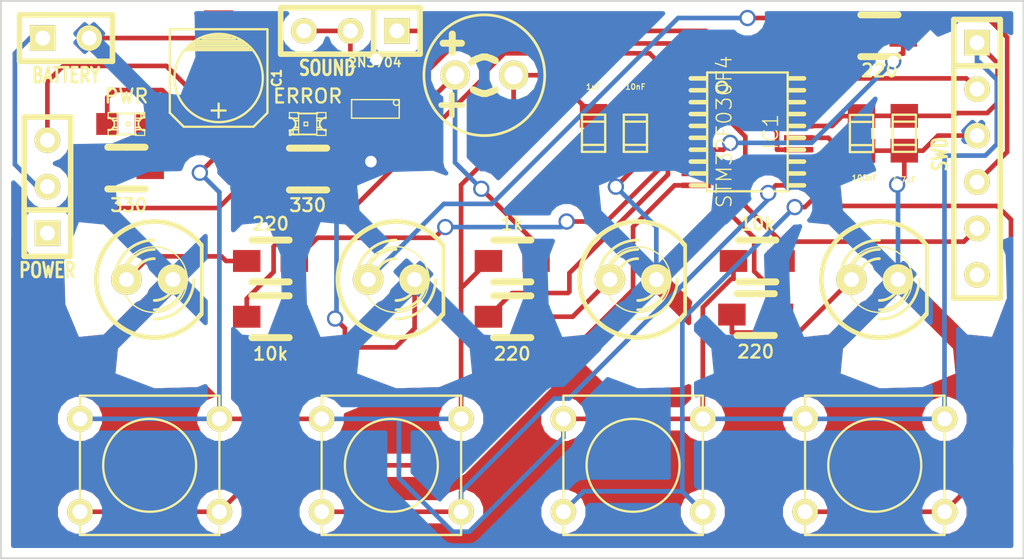
<source format=kicad_pcb>
(kicad_pcb (version 3) (host pcbnew "(2014-03-23 BZR 4768)-product")

  (general
    (links 65)
    (no_connects 0)
    (area 13.157999 13.157999 69.138001 43.738001)
    (thickness 1.6)
    (drawings 4)
    (tracks 266)
    (zones 0)
    (modules 31)
    (nets 31)
  )

  (page A4)
  (layers
    (15 F.Cu signal)
    (0 B.Cu signal)
    (16 B.Adhes user)
    (17 F.Adhes user)
    (18 B.Paste user)
    (19 F.Paste user)
    (20 B.SilkS user)
    (21 F.SilkS user)
    (22 B.Mask user)
    (23 F.Mask user)
    (24 Dwgs.User user)
    (25 Cmts.User user)
    (26 Eco1.User user)
    (27 Eco2.User user)
    (28 Edge.Cuts user)
  )

  (setup
    (last_trace_width 0.254)
    (trace_clearance 0.254)
    (zone_clearance 0.508)
    (zone_45_only no)
    (trace_min 0.254)
    (segment_width 0.2)
    (edge_width 0.1)
    (via_size 0.889)
    (via_drill 0.635)
    (via_min_size 0.889)
    (via_min_drill 0.508)
    (uvia_size 0.508)
    (uvia_drill 0.127)
    (uvias_allowed no)
    (uvia_min_size 0.508)
    (uvia_min_drill 0.127)
    (pcb_text_width 0.3)
    (pcb_text_size 1.5 1.5)
    (mod_edge_width 0.15)
    (mod_text_size 1 1)
    (mod_text_width 0.15)
    (pad_size 1.6002 1.6002)
    (pad_drill 1.00076)
    (pad_to_mask_clearance 0)
    (aux_axis_origin 0 0)
    (visible_elements FFFFFF7F)
    (pcbplotparams
      (layerselection 3178497)
      (usegerberextensions true)
      (excludeedgelayer true)
      (linewidth 0.100000)
      (plotframeref false)
      (viasonmask false)
      (mode 1)
      (useauxorigin false)
      (hpglpennumber 1)
      (hpglpenspeed 20)
      (hpglpendiameter 15)
      (hpglpenoverlay 2)
      (psnegative false)
      (psa4output false)
      (plotreference true)
      (plotvalue true)
      (plotothertext true)
      (plotinvisibletext false)
      (padsonsilk false)
      (subtractmaskfromsilk false)
      (outputformat 1)
      (mirror false)
      (drillshape 1)
      (scaleselection 1)
      (outputdirectory ""))
  )

  (net 0 "")
  (net 1 VDD)
  (net 2 GND)
  (net 3 "Net-(D2-Pad1)")
  (net 4 "Net-(D3-Pad1)")
  (net 5 "Net-(D4-Pad1)")
  (net 6 "Net-(D5-Pad1)")
  (net 7 "Net-(D6-Pad2)")
  (net 8 "Net-(IC1-Pad6)")
  (net 9 "Net-(IC1-Pad7)")
  (net 10 "Net-(IC1-Pad8)")
  (net 11 SWDIO)
  (net 12 "Net-(IC1-Pad2)")
  (net 13 "Net-(IC1-Pad3)")
  (net 14 NRST)
  (net 15 "Net-(IC1-Pad12)")
  (net 16 "Net-(IC1-Pad13)")
  (net 17 "Net-(IC1-Pad17)")
  (net 18 "Net-(IC1-Pad9)")
  (net 19 "Net-(IC1-Pad18)")
  (net 20 "Net-(IC1-Pad1)")
  (net 21 "Net-(IC1-Pad10)")
  (net 22 "Net-(IC1-Pad11)")
  (net 23 SWCLK)
  (net 24 "Net-(JP1-Pad2)")
  (net 25 "Net-(P1-Pad1)")
  (net 26 "Net-(P2-Pad6)")
  (net 27 "Net-(Q1-Pad3)")
  (net 28 "Net-(SW1-Pad1)")
  (net 29 "Net-(D1-Pad1)")
  (net 30 "Net-(D1-Pad2)")

  (net_class Default "This is the default net class."
    (clearance 0.254)
    (trace_width 0.254)
    (via_dia 0.889)
    (via_drill 0.635)
    (uvia_dia 0.508)
    (uvia_drill 0.127)
    (add_net GND)
    (add_net NRST)
    (add_net "Net-(D1-Pad1)")
    (add_net "Net-(D1-Pad2)")
    (add_net "Net-(D2-Pad1)")
    (add_net "Net-(D3-Pad1)")
    (add_net "Net-(D4-Pad1)")
    (add_net "Net-(D5-Pad1)")
    (add_net "Net-(D6-Pad2)")
    (add_net "Net-(IC1-Pad1)")
    (add_net "Net-(IC1-Pad10)")
    (add_net "Net-(IC1-Pad11)")
    (add_net "Net-(IC1-Pad12)")
    (add_net "Net-(IC1-Pad13)")
    (add_net "Net-(IC1-Pad17)")
    (add_net "Net-(IC1-Pad18)")
    (add_net "Net-(IC1-Pad2)")
    (add_net "Net-(IC1-Pad3)")
    (add_net "Net-(IC1-Pad6)")
    (add_net "Net-(IC1-Pad7)")
    (add_net "Net-(IC1-Pad8)")
    (add_net "Net-(IC1-Pad9)")
    (add_net "Net-(JP1-Pad2)")
    (add_net "Net-(P1-Pad1)")
    (add_net "Net-(P2-Pad6)")
    (add_net "Net-(Q1-Pad3)")
    (add_net "Net-(SW1-Pad1)")
    (add_net SWCLK)
    (add_net SWDIO)
    (add_net VDD)
  )

  (module Capacitors_SMD:c_0805 (layer F.Cu) (tedit 5333621C) (tstamp 533338F5)
    (at 45.593 20.447 90)
    (descr "SMT capacitor, 0805")
    (path /5332273A)
    (fp_text reference C2 (at 0 -0.9906 90) (layer F.SilkS) hide
      (effects (font (size 0.29972 0.29972) (thickness 0.06096)))
    )
    (fp_text value 1uF (at 2.54 0 180) (layer F.SilkS)
      (effects (font (size 0.29972 0.29972) (thickness 0.06096)))
    )
    (fp_line (start 0.635 -0.635) (end 0.635 0.635) (layer F.SilkS) (width 0.127))
    (fp_line (start -0.635 -0.635) (end -0.635 0.6096) (layer F.SilkS) (width 0.127))
    (fp_line (start -1.016 -0.635) (end 1.016 -0.635) (layer F.SilkS) (width 0.127))
    (fp_line (start 1.016 -0.635) (end 1.016 0.635) (layer F.SilkS) (width 0.127))
    (fp_line (start 1.016 0.635) (end -1.016 0.635) (layer F.SilkS) (width 0.127))
    (fp_line (start -1.016 0.635) (end -1.016 -0.635) (layer F.SilkS) (width 0.127))
    (pad 1 smd rect (at 0.9525 0 90) (size 1.30048 1.4986) (layers F.Cu F.Paste F.Mask)
      (net 1 VDD))
    (pad 2 smd rect (at -0.9525 0 90) (size 1.30048 1.4986) (layers F.Cu F.Paste F.Mask)
      (net 2 GND))
    (model smd/capacitors/c_0805.wrl
      (at (xyz 0 0 0))
      (scale (xyz 1 1 1))
      (rotate (xyz 0 0 0))
    )
  )

  (module Capacitors_SMD:c_0805 (layer F.Cu) (tedit 53339BF7) (tstamp 53333901)
    (at 62.5729 20.447 270)
    (descr "SMT capacitor, 0805")
    (path /53322771)
    (fp_text reference C3 (at 0 -0.9906 270) (layer F.SilkS) hide
      (effects (font (size 0.29972 0.29972) (thickness 0.06096)))
    )
    (fp_text value 4.7uF (at 2.54 0 360) (layer F.SilkS)
      (effects (font (size 0.29972 0.29972) (thickness 0.06096)))
    )
    (fp_line (start 0.635 -0.635) (end 0.635 0.635) (layer F.SilkS) (width 0.127))
    (fp_line (start -0.635 -0.635) (end -0.635 0.6096) (layer F.SilkS) (width 0.127))
    (fp_line (start -1.016 -0.635) (end 1.016 -0.635) (layer F.SilkS) (width 0.127))
    (fp_line (start 1.016 -0.635) (end 1.016 0.635) (layer F.SilkS) (width 0.127))
    (fp_line (start 1.016 0.635) (end -1.016 0.635) (layer F.SilkS) (width 0.127))
    (fp_line (start -1.016 0.635) (end -1.016 -0.635) (layer F.SilkS) (width 0.127))
    (pad 1 smd rect (at 0.9525 0 270) (size 1.30048 1.4986) (layers F.Cu F.Paste F.Mask)
      (net 2 GND))
    (pad 2 smd rect (at -0.9525 0 270) (size 1.30048 1.4986) (layers F.Cu F.Paste F.Mask)
      (net 1 VDD))
    (model smd/capacitors/c_0805.wrl
      (at (xyz 0 0 0))
      (scale (xyz 1 1 1))
      (rotate (xyz 0 0 0))
    )
  )

  (module Capacitors_SMD:c_0805 (layer F.Cu) (tedit 5333622A) (tstamp 5333390D)
    (at 47.879 20.447 270)
    (descr "SMT capacitor, 0805")
    (path /53322726)
    (fp_text reference C4 (at 0 -0.9906 270) (layer F.SilkS) hide
      (effects (font (size 0.29972 0.29972) (thickness 0.06096)))
    )
    (fp_text value 10nF (at -2.54 0 360) (layer F.SilkS)
      (effects (font (size 0.29972 0.29972) (thickness 0.06096)))
    )
    (fp_line (start 0.635 -0.635) (end 0.635 0.635) (layer F.SilkS) (width 0.127))
    (fp_line (start -0.635 -0.635) (end -0.635 0.6096) (layer F.SilkS) (width 0.127))
    (fp_line (start -1.016 -0.635) (end 1.016 -0.635) (layer F.SilkS) (width 0.127))
    (fp_line (start 1.016 -0.635) (end 1.016 0.635) (layer F.SilkS) (width 0.127))
    (fp_line (start 1.016 0.635) (end -1.016 0.635) (layer F.SilkS) (width 0.127))
    (fp_line (start -1.016 0.635) (end -1.016 -0.635) (layer F.SilkS) (width 0.127))
    (pad 1 smd rect (at 0.9525 0 270) (size 1.30048 1.4986) (layers F.Cu F.Paste F.Mask)
      (net 2 GND))
    (pad 2 smd rect (at -0.9525 0 270) (size 1.30048 1.4986) (layers F.Cu F.Paste F.Mask)
      (net 1 VDD))
    (model smd/capacitors/c_0805.wrl
      (at (xyz 0 0 0))
      (scale (xyz 1 1 1))
      (rotate (xyz 0 0 0))
    )
  )

  (module Capacitors_SMD:c_0805 (layer F.Cu) (tedit 533591A3) (tstamp 53333919)
    (at 60.2361 20.4597 270)
    (descr "SMT capacitor, 0805")
    (path /5332275D)
    (fp_text reference C5 (at 0 -0.9906 270) (layer F.SilkS) hide
      (effects (font (size 0.29972 0.29972) (thickness 0.06096)))
    )
    (fp_text value 100nF (at 2.4257 -0.1651 540) (layer F.SilkS)
      (effects (font (size 0.29972 0.29972) (thickness 0.06096)))
    )
    (fp_line (start 0.635 -0.635) (end 0.635 0.635) (layer F.SilkS) (width 0.127))
    (fp_line (start -0.635 -0.635) (end -0.635 0.6096) (layer F.SilkS) (width 0.127))
    (fp_line (start -1.016 -0.635) (end 1.016 -0.635) (layer F.SilkS) (width 0.127))
    (fp_line (start 1.016 -0.635) (end 1.016 0.635) (layer F.SilkS) (width 0.127))
    (fp_line (start 1.016 0.635) (end -1.016 0.635) (layer F.SilkS) (width 0.127))
    (fp_line (start -1.016 0.635) (end -1.016 -0.635) (layer F.SilkS) (width 0.127))
    (pad 1 smd rect (at 0.9525 0 270) (size 1.30048 1.4986) (layers F.Cu F.Paste F.Mask)
      (net 2 GND))
    (pad 2 smd rect (at -0.9525 0 270) (size 1.30048 1.4986) (layers F.Cu F.Paste F.Mask)
      (net 1 VDD))
    (model smd/capacitors/c_0805.wrl
      (at (xyz 0 0 0))
      (scale (xyz 1 1 1))
      (rotate (xyz 0 0 0))
    )
  )

  (module LEDs:LED-5MM (layer F.Cu) (tedit 53335F47) (tstamp 53333928)
    (at 60.96 28.448)
    (descr "LED 5mm - Lead pitch 100mil (2,54mm)")
    (tags "LED led 5mm 5MM 100mil 2,54mm")
    (path /533237CE)
    (fp_text reference D2 (at 0 -3.81) (layer F.SilkS) hide
      (effects (font (size 0.762 0.762) (thickness 0.0889)))
    )
    (fp_text value LED3 (at 0 3.81) (layer F.SilkS) hide
      (effects (font (size 0.762 0.762) (thickness 0.0889)))
    )
    (fp_line (start 2.8448 1.905) (end 2.8448 -1.905) (layer F.SilkS) (width 0.2032))
    (fp_circle (center 0.254 0) (end -1.016 1.27) (layer F.SilkS) (width 0.0762))
    (fp_arc (start 0.254 0) (end 2.794 1.905) (angle 286.2) (layer F.SilkS) (width 0.254))
    (fp_arc (start 0.254 0) (end -0.889 0) (angle 90) (layer F.SilkS) (width 0.1524))
    (fp_arc (start 0.254 0) (end 1.397 0) (angle 90) (layer F.SilkS) (width 0.1524))
    (fp_arc (start 0.254 0) (end -1.397 0) (angle 90) (layer F.SilkS) (width 0.1524))
    (fp_arc (start 0.254 0) (end 1.905 0) (angle 90) (layer F.SilkS) (width 0.1524))
    (fp_arc (start 0.254 0) (end -1.905 0) (angle 90) (layer F.SilkS) (width 0.1524))
    (fp_arc (start 0.254 0) (end 2.413 0) (angle 90) (layer F.SilkS) (width 0.1524))
    (pad 1 thru_hole circle (at -1.27 0) (size 1.6764 1.6764) (drill 0.8128) (layers *.Cu *.Mask F.SilkS)
      (net 3 "Net-(D2-Pad1)"))
    (pad 2 thru_hole circle (at 1.27 0) (size 1.6764 1.6764) (drill 0.8128) (layers *.Cu *.Mask F.SilkS)
      (net 2 GND))
    (model discret/leds/led5_vertical_verde.wrl
      (at (xyz 0 0 0))
      (scale (xyz 1 1 1))
      (rotate (xyz 0 0 0))
    )
  )

  (module LEDs:LED-5MM (layer F.Cu) (tedit 53335F3D) (tstamp 53333937)
    (at 47.752 28.448)
    (descr "LED 5mm - Lead pitch 100mil (2,54mm)")
    (tags "LED led 5mm 5MM 100mil 2,54mm")
    (path /533237C3)
    (fp_text reference D3 (at 0 -3.81) (layer F.SilkS) hide
      (effects (font (size 0.762 0.762) (thickness 0.0889)))
    )
    (fp_text value LED2 (at 0 3.81) (layer F.SilkS) hide
      (effects (font (size 0.762 0.762) (thickness 0.0889)))
    )
    (fp_line (start 2.8448 1.905) (end 2.8448 -1.905) (layer F.SilkS) (width 0.2032))
    (fp_circle (center 0.254 0) (end -1.016 1.27) (layer F.SilkS) (width 0.0762))
    (fp_arc (start 0.254 0) (end 2.794 1.905) (angle 286.2) (layer F.SilkS) (width 0.254))
    (fp_arc (start 0.254 0) (end -0.889 0) (angle 90) (layer F.SilkS) (width 0.1524))
    (fp_arc (start 0.254 0) (end 1.397 0) (angle 90) (layer F.SilkS) (width 0.1524))
    (fp_arc (start 0.254 0) (end -1.397 0) (angle 90) (layer F.SilkS) (width 0.1524))
    (fp_arc (start 0.254 0) (end 1.905 0) (angle 90) (layer F.SilkS) (width 0.1524))
    (fp_arc (start 0.254 0) (end -1.905 0) (angle 90) (layer F.SilkS) (width 0.1524))
    (fp_arc (start 0.254 0) (end 2.413 0) (angle 90) (layer F.SilkS) (width 0.1524))
    (pad 1 thru_hole circle (at -1.27 0) (size 1.6764 1.6764) (drill 0.8128) (layers *.Cu *.Mask F.SilkS)
      (net 4 "Net-(D3-Pad1)"))
    (pad 2 thru_hole circle (at 1.27 0) (size 1.6764 1.6764) (drill 0.8128) (layers *.Cu *.Mask F.SilkS)
      (net 2 GND))
    (model discret/leds/led5_vertical_verde.wrl
      (at (xyz 0 0 0))
      (scale (xyz 1 1 1))
      (rotate (xyz 0 0 0))
    )
  )

  (module LEDs:LED-5MM (layer F.Cu) (tedit 53335F32) (tstamp 53333946)
    (at 34.544 28.448)
    (descr "LED 5mm - Lead pitch 100mil (2,54mm)")
    (tags "LED led 5mm 5MM 100mil 2,54mm")
    (path /533237B8)
    (fp_text reference D4 (at 0 -3.81) (layer F.SilkS) hide
      (effects (font (size 0.762 0.762) (thickness 0.0889)))
    )
    (fp_text value LED1 (at 0 3.81) (layer F.SilkS) hide
      (effects (font (size 0.762 0.762) (thickness 0.0889)))
    )
    (fp_line (start 2.8448 1.905) (end 2.8448 -1.905) (layer F.SilkS) (width 0.2032))
    (fp_circle (center 0.254 0) (end -1.016 1.27) (layer F.SilkS) (width 0.0762))
    (fp_arc (start 0.254 0) (end 2.794 1.905) (angle 286.2) (layer F.SilkS) (width 0.254))
    (fp_arc (start 0.254 0) (end -0.889 0) (angle 90) (layer F.SilkS) (width 0.1524))
    (fp_arc (start 0.254 0) (end 1.397 0) (angle 90) (layer F.SilkS) (width 0.1524))
    (fp_arc (start 0.254 0) (end -1.397 0) (angle 90) (layer F.SilkS) (width 0.1524))
    (fp_arc (start 0.254 0) (end 1.905 0) (angle 90) (layer F.SilkS) (width 0.1524))
    (fp_arc (start 0.254 0) (end -1.905 0) (angle 90) (layer F.SilkS) (width 0.1524))
    (fp_arc (start 0.254 0) (end 2.413 0) (angle 90) (layer F.SilkS) (width 0.1524))
    (pad 1 thru_hole circle (at -1.27 0) (size 1.6764 1.6764) (drill 0.8128) (layers *.Cu *.Mask F.SilkS)
      (net 5 "Net-(D4-Pad1)"))
    (pad 2 thru_hole circle (at 1.27 0) (size 1.6764 1.6764) (drill 0.8128) (layers *.Cu *.Mask F.SilkS)
      (net 2 GND))
    (model discret/leds/led5_vertical_verde.wrl
      (at (xyz 0 0 0))
      (scale (xyz 1 1 1))
      (rotate (xyz 0 0 0))
    )
  )

  (module LEDs:LED-5MM (layer F.Cu) (tedit 53335F27) (tstamp 53333955)
    (at 21.336 28.448)
    (descr "LED 5mm - Lead pitch 100mil (2,54mm)")
    (tags "LED led 5mm 5MM 100mil 2,54mm")
    (path /533237A6)
    (fp_text reference D5 (at 0 -3.81) (layer F.SilkS) hide
      (effects (font (size 0.762 0.762) (thickness 0.0889)))
    )
    (fp_text value LED0 (at 0 3.81) (layer F.SilkS) hide
      (effects (font (size 0.762 0.762) (thickness 0.0889)))
    )
    (fp_line (start 2.8448 1.905) (end 2.8448 -1.905) (layer F.SilkS) (width 0.2032))
    (fp_circle (center 0.254 0) (end -1.016 1.27) (layer F.SilkS) (width 0.0762))
    (fp_arc (start 0.254 0) (end 2.794 1.905) (angle 286.2) (layer F.SilkS) (width 0.254))
    (fp_arc (start 0.254 0) (end -0.889 0) (angle 90) (layer F.SilkS) (width 0.1524))
    (fp_arc (start 0.254 0) (end 1.397 0) (angle 90) (layer F.SilkS) (width 0.1524))
    (fp_arc (start 0.254 0) (end -1.397 0) (angle 90) (layer F.SilkS) (width 0.1524))
    (fp_arc (start 0.254 0) (end 1.905 0) (angle 90) (layer F.SilkS) (width 0.1524))
    (fp_arc (start 0.254 0) (end -1.905 0) (angle 90) (layer F.SilkS) (width 0.1524))
    (fp_arc (start 0.254 0) (end 2.413 0) (angle 90) (layer F.SilkS) (width 0.1524))
    (pad 1 thru_hole circle (at -1.27 0) (size 1.6764 1.6764) (drill 0.8128) (layers *.Cu *.Mask F.SilkS)
      (net 6 "Net-(D5-Pad1)"))
    (pad 2 thru_hole circle (at 1.27 0) (size 1.6764 1.6764) (drill 0.8128) (layers *.Cu *.Mask F.SilkS)
      (net 2 GND))
    (model discret/leds/led5_vertical_verde.wrl
      (at (xyz 0 0 0))
      (scale (xyz 1 1 1))
      (rotate (xyz 0 0 0))
    )
  )

  (module LEDs:LED-0805 (layer F.Cu) (tedit 5333618F) (tstamp 53333990)
    (at 20.066 19.939)
    (descr "LED 0805 smd package")
    (tags "LED 0805 SMD")
    (path /53324DAA)
    (attr smd)
    (fp_text reference D6 (at 0 -1.27) (layer F.SilkS) hide
      (effects (font (size 0.762 0.762) (thickness 0.127)))
    )
    (fp_text value PWR (at 0 -1.524) (layer F.SilkS)
      (effects (font (size 0.762 0.762) (thickness 0.127)))
    )
    (fp_line (start 0.49784 0.29972) (end 0.49784 0.62484) (layer F.SilkS) (width 0.06604))
    (fp_line (start 0.49784 0.62484) (end 0.99822 0.62484) (layer F.SilkS) (width 0.06604))
    (fp_line (start 0.99822 0.29972) (end 0.99822 0.62484) (layer F.SilkS) (width 0.06604))
    (fp_line (start 0.49784 0.29972) (end 0.99822 0.29972) (layer F.SilkS) (width 0.06604))
    (fp_line (start 0.49784 -0.32258) (end 0.49784 -0.17272) (layer F.SilkS) (width 0.06604))
    (fp_line (start 0.49784 -0.17272) (end 0.7493 -0.17272) (layer F.SilkS) (width 0.06604))
    (fp_line (start 0.7493 -0.32258) (end 0.7493 -0.17272) (layer F.SilkS) (width 0.06604))
    (fp_line (start 0.49784 -0.32258) (end 0.7493 -0.32258) (layer F.SilkS) (width 0.06604))
    (fp_line (start 0.49784 0.17272) (end 0.49784 0.32258) (layer F.SilkS) (width 0.06604))
    (fp_line (start 0.49784 0.32258) (end 0.7493 0.32258) (layer F.SilkS) (width 0.06604))
    (fp_line (start 0.7493 0.17272) (end 0.7493 0.32258) (layer F.SilkS) (width 0.06604))
    (fp_line (start 0.49784 0.17272) (end 0.7493 0.17272) (layer F.SilkS) (width 0.06604))
    (fp_line (start 0.49784 -0.19812) (end 0.49784 0.19812) (layer F.SilkS) (width 0.06604))
    (fp_line (start 0.49784 0.19812) (end 0.6731 0.19812) (layer F.SilkS) (width 0.06604))
    (fp_line (start 0.6731 -0.19812) (end 0.6731 0.19812) (layer F.SilkS) (width 0.06604))
    (fp_line (start 0.49784 -0.19812) (end 0.6731 -0.19812) (layer F.SilkS) (width 0.06604))
    (fp_line (start -0.99822 0.29972) (end -0.99822 0.62484) (layer F.SilkS) (width 0.06604))
    (fp_line (start -0.99822 0.62484) (end -0.49784 0.62484) (layer F.SilkS) (width 0.06604))
    (fp_line (start -0.49784 0.29972) (end -0.49784 0.62484) (layer F.SilkS) (width 0.06604))
    (fp_line (start -0.99822 0.29972) (end -0.49784 0.29972) (layer F.SilkS) (width 0.06604))
    (fp_line (start -0.99822 -0.62484) (end -0.99822 -0.29972) (layer F.SilkS) (width 0.06604))
    (fp_line (start -0.99822 -0.29972) (end -0.49784 -0.29972) (layer F.SilkS) (width 0.06604))
    (fp_line (start -0.49784 -0.62484) (end -0.49784 -0.29972) (layer F.SilkS) (width 0.06604))
    (fp_line (start -0.99822 -0.62484) (end -0.49784 -0.62484) (layer F.SilkS) (width 0.06604))
    (fp_line (start -0.7493 0.17272) (end -0.7493 0.32258) (layer F.SilkS) (width 0.06604))
    (fp_line (start -0.7493 0.32258) (end -0.49784 0.32258) (layer F.SilkS) (width 0.06604))
    (fp_line (start -0.49784 0.17272) (end -0.49784 0.32258) (layer F.SilkS) (width 0.06604))
    (fp_line (start -0.7493 0.17272) (end -0.49784 0.17272) (layer F.SilkS) (width 0.06604))
    (fp_line (start -0.7493 -0.32258) (end -0.7493 -0.17272) (layer F.SilkS) (width 0.06604))
    (fp_line (start -0.7493 -0.17272) (end -0.49784 -0.17272) (layer F.SilkS) (width 0.06604))
    (fp_line (start -0.49784 -0.32258) (end -0.49784 -0.17272) (layer F.SilkS) (width 0.06604))
    (fp_line (start -0.7493 -0.32258) (end -0.49784 -0.32258) (layer F.SilkS) (width 0.06604))
    (fp_line (start -0.6731 -0.19812) (end -0.6731 0.19812) (layer F.SilkS) (width 0.06604))
    (fp_line (start -0.6731 0.19812) (end -0.49784 0.19812) (layer F.SilkS) (width 0.06604))
    (fp_line (start -0.49784 -0.19812) (end -0.49784 0.19812) (layer F.SilkS) (width 0.06604))
    (fp_line (start -0.6731 -0.19812) (end -0.49784 -0.19812) (layer F.SilkS) (width 0.06604))
    (fp_line (start 0 -0.09906) (end 0 0.09906) (layer F.SilkS) (width 0.06604))
    (fp_line (start 0 0.09906) (end 0.19812 0.09906) (layer F.SilkS) (width 0.06604))
    (fp_line (start 0.19812 -0.09906) (end 0.19812 0.09906) (layer F.SilkS) (width 0.06604))
    (fp_line (start 0 -0.09906) (end 0.19812 -0.09906) (layer F.SilkS) (width 0.06604))
    (fp_line (start 0.49784 -0.59944) (end 0.49784 -0.29972) (layer F.SilkS) (width 0.06604))
    (fp_line (start 0.49784 -0.29972) (end 0.79756 -0.29972) (layer F.SilkS) (width 0.06604))
    (fp_line (start 0.79756 -0.59944) (end 0.79756 -0.29972) (layer F.SilkS) (width 0.06604))
    (fp_line (start 0.49784 -0.59944) (end 0.79756 -0.59944) (layer F.SilkS) (width 0.06604))
    (fp_line (start 0.92456 -0.62484) (end 0.92456 -0.39878) (layer F.SilkS) (width 0.06604))
    (fp_line (start 0.92456 -0.39878) (end 0.99822 -0.39878) (layer F.SilkS) (width 0.06604))
    (fp_line (start 0.99822 -0.62484) (end 0.99822 -0.39878) (layer F.SilkS) (width 0.06604))
    (fp_line (start 0.92456 -0.62484) (end 0.99822 -0.62484) (layer F.SilkS) (width 0.06604))
    (fp_line (start 0.52324 0.57404) (end -0.52324 0.57404) (layer F.SilkS) (width 0.1016))
    (fp_line (start -0.49784 -0.57404) (end 0.92456 -0.57404) (layer F.SilkS) (width 0.1016))
    (fp_circle (center 0.84836 -0.44958) (end 0.89916 -0.50038) (layer F.SilkS) (width 0.0508))
    (fp_arc (start 0.99822 0) (end 0.99822 0.34798) (angle 180) (layer F.SilkS) (width 0.1016))
    (fp_arc (start -0.99822 0) (end -0.99822 -0.34798) (angle 180) (layer F.SilkS) (width 0.1016))
    (pad 1 smd rect (at -1.04902 0) (size 1.19888 1.19888) (layers F.Cu F.Paste F.Mask)
      (net 1 VDD))
    (pad 2 smd rect (at 1.04902 0) (size 1.19888 1.19888) (layers F.Cu F.Paste F.Mask)
      (net 7 "Net-(D6-Pad2)"))
  )

  (module Connect:SIL-2 (layer F.Cu) (tedit 53336358) (tstamp 533339BE)
    (at 16.764 15.24)
    (descr "Connecteurs 2 pins")
    (tags "CONN DEV")
    (path /53324095)
    (fp_text reference P1 (at 0 -2.54) (layer F.SilkS) hide
      (effects (font (size 1.72974 1.08712) (thickness 0.27178)))
    )
    (fp_text value BATTERY (at 0 2.032) (layer F.SilkS)
      (effects (font (size 0.8 0.6) (thickness 0.15)))
    )
    (fp_line (start -2.54 1.27) (end -2.54 -1.27) (layer F.SilkS) (width 0.3048))
    (fp_line (start -2.54 -1.27) (end 2.54 -1.27) (layer F.SilkS) (width 0.3048))
    (fp_line (start 2.54 -1.27) (end 2.54 1.27) (layer F.SilkS) (width 0.3048))
    (fp_line (start 2.54 1.27) (end -2.54 1.27) (layer F.SilkS) (width 0.3048))
    (pad 1 thru_hole rect (at -1.27 0) (size 1.397 1.397) (drill 0.8128) (layers *.Cu *.Mask F.SilkS)
      (net 25 "Net-(P1-Pad1)"))
    (pad 2 thru_hole circle (at 1.27 0) (size 1.397 1.397) (drill 0.8128) (layers *.Cu *.Mask F.SilkS)
      (net 2 GND))
  )

  (module Connect:SIL-6 (layer F.Cu) (tedit 5333614D) (tstamp 533339CD)
    (at 66.548 21.844 270)
    (descr "Connecteur 6 pins")
    (tags "CONN DEV")
    (path /53323EA2)
    (fp_text reference P2 (at 0 -2.54 270) (layer F.SilkS) hide
      (effects (font (size 1.72974 1.08712) (thickness 0.27178)))
    )
    (fp_text value SWD (at -0.254 2.032 450) (layer F.SilkS)
      (effects (font (size 0.8 0.6) (thickness 0.15)))
    )
    (fp_line (start -7.62 1.27) (end -7.62 -1.27) (layer F.SilkS) (width 0.3048))
    (fp_line (start -7.62 -1.27) (end 7.62 -1.27) (layer F.SilkS) (width 0.3048))
    (fp_line (start 7.62 -1.27) (end 7.62 1.27) (layer F.SilkS) (width 0.3048))
    (fp_line (start 7.62 1.27) (end -7.62 1.27) (layer F.SilkS) (width 0.3048))
    (fp_line (start -5.08 1.27) (end -5.08 -1.27) (layer F.SilkS) (width 0.3048))
    (pad 1 thru_hole rect (at -6.35 0 270) (size 1.397 1.397) (drill 0.8128) (layers *.Cu *.Mask F.SilkS)
      (net 1 VDD))
    (pad 2 thru_hole circle (at -3.81 0 270) (size 1.397 1.397) (drill 0.8128) (layers *.Cu *.Mask F.SilkS)
      (net 23 SWCLK))
    (pad 3 thru_hole circle (at -1.27 0 270) (size 1.397 1.397) (drill 0.8128) (layers *.Cu *.Mask F.SilkS)
      (net 2 GND))
    (pad 4 thru_hole circle (at 1.27 0 270) (size 1.397 1.397) (drill 0.8128) (layers *.Cu *.Mask F.SilkS)
      (net 11 SWDIO))
    (pad 5 thru_hole circle (at 3.81 0 270) (size 1.397 1.397) (drill 0.8128) (layers *.Cu *.Mask F.SilkS)
      (net 14 NRST))
    (pad 6 thru_hole circle (at 6.35 0 270) (size 1.397 1.397) (drill 0.8128) (layers *.Cu *.Mask F.SilkS)
      (net 26 "Net-(P2-Pad6)"))
  )

  (module SMD_Packages:SOT23 (layer F.Cu) (tedit 533361D2) (tstamp 5334D45A)
    (at 33.6398 19.116 180)
    (tags SOT23)
    (path /533235B5)
    (fp_text reference Q1 (at 1.99898 -0.09906 270) (layer F.SilkS) hide
      (effects (font (size 0.762 0.762) (thickness 0.11938)))
    )
    (fp_text value 2N3704 (at 0 2.54 180) (layer F.SilkS)
      (effects (font (size 0.50038 0.50038) (thickness 0.09906)))
    )
    (fp_circle (center -1.17602 0.35052) (end -1.30048 0.44958) (layer F.SilkS) (width 0.07874))
    (fp_line (start 1.27 -0.508) (end 1.27 0.508) (layer F.SilkS) (width 0.07874))
    (fp_line (start -1.3335 -0.508) (end -1.3335 0.508) (layer F.SilkS) (width 0.07874))
    (fp_line (start 1.27 0.508) (end -1.3335 0.508) (layer F.SilkS) (width 0.07874))
    (fp_line (start -1.3335 -0.508) (end 1.27 -0.508) (layer F.SilkS) (width 0.07874))
    (pad 3 smd rect (at 0 -1.09982 180) (size 0.8001 1.00076) (layers F.Cu F.Paste F.Mask)
      (net 27 "Net-(Q1-Pad3)"))
    (pad 2 smd rect (at 0.9525 1.09982 180) (size 0.8001 1.00076) (layers F.Cu F.Paste F.Mask)
      (net 24 "Net-(JP1-Pad2)"))
    (pad 1 smd rect (at -0.9525 1.09982 180) (size 0.8001 1.00076) (layers F.Cu F.Paste F.Mask)
      (net 2 GND))
    (model smd\SOT23_3.wrl
      (at (xyz 0 0 0))
      (scale (xyz 0.4 0.4 0.4))
      (rotate (xyz 0 0 180))
    )
  )

  (module Resistors_SMD:Resistor_SMD0805_HandSoldering_RevA_Date21Jun2010 (layer F.Cu) (tedit 5333631A) (tstamp 533339E3)
    (at 27.94 30.48)
    (descr "Resistor, SMD, 0805, Hand soldering,")
    (tags "Resistor, SMD, 0805, Hand soldering,")
    (path /53322695)
    (attr smd)
    (fp_text reference R1 (at 0.09906 -2.30124) (layer F.SilkS) hide
      (effects (font (thickness 0.3048)))
    )
    (fp_text value 10k (at 0 2.032) (layer F.SilkS)
      (effects (font (size 0.7 0.7) (thickness 0.127)))
    )
    (fp_line (start 0 -1.143) (end -1.016 -1.143) (layer F.SilkS) (width 0.381))
    (fp_line (start 0 -1.143) (end 1.016 -1.143) (layer F.SilkS) (width 0.381))
    (fp_line (start 0 1.143) (end -1.016 1.143) (layer F.SilkS) (width 0.381))
    (fp_line (start 0 1.143) (end 1.016 1.143) (layer F.SilkS) (width 0.381))
    (pad 1 smd rect (at -1.30048 0) (size 1.50114 1.19888) (layers F.Cu F.Paste F.Mask)
      (net 20 "Net-(IC1-Pad1)"))
    (pad 2 smd rect (at 1.30048 0) (size 1.50114 1.19888) (layers F.Cu F.Paste F.Mask)
      (net 2 GND))
  )

  (module Resistors_SMD:Resistor_SMD0805_HandSoldering_RevA_Date21Jun2010 (layer F.Cu) (tedit 533361E8) (tstamp 533339ED)
    (at 54.5389 27.432 180)
    (descr "Resistor, SMD, 0805, Hand soldering,")
    (tags "Resistor, SMD, 0805, Hand soldering,")
    (path /533226A9)
    (attr smd)
    (fp_text reference R2 (at 0.09906 -2.30124 180) (layer F.SilkS) hide
      (effects (font (thickness 0.3048)))
    )
    (fp_text value 10k (at 0 2.032 180) (layer F.SilkS)
      (effects (font (size 0.7 0.7) (thickness 0.127)))
    )
    (fp_line (start 0 -1.143) (end -1.016 -1.143) (layer F.SilkS) (width 0.381))
    (fp_line (start 0 -1.143) (end 1.016 -1.143) (layer F.SilkS) (width 0.381))
    (fp_line (start 0 1.143) (end -1.016 1.143) (layer F.SilkS) (width 0.381))
    (fp_line (start 0 1.143) (end 1.016 1.143) (layer F.SilkS) (width 0.381))
    (pad 1 smd rect (at -1.30048 0 180) (size 1.50114 1.19888) (layers F.Cu F.Paste F.Mask)
      (net 14 NRST))
    (pad 2 smd rect (at 1.30048 0 180) (size 1.50114 1.19888) (layers F.Cu F.Paste F.Mask)
      (net 1 VDD))
  )

  (module Resistors_SMD:Resistor_SMD0805_HandSoldering_RevA_Date21Jun2010 (layer F.Cu) (tedit 53336174) (tstamp 533339F7)
    (at 54.4525 30.3632 180)
    (descr "Resistor, SMD, 0805, Hand soldering,")
    (tags "Resistor, SMD, 0805, Hand soldering,")
    (path /53323799)
    (attr smd)
    (fp_text reference R3 (at 0.09906 -2.30124 180) (layer F.SilkS) hide
      (effects (font (thickness 0.3048)))
    )
    (fp_text value 220 (at 0 -2.032 180) (layer F.SilkS)
      (effects (font (size 0.7 0.7) (thickness 0.127)))
    )
    (fp_line (start 0 -1.143) (end -1.016 -1.143) (layer F.SilkS) (width 0.381))
    (fp_line (start 0 -1.143) (end 1.016 -1.143) (layer F.SilkS) (width 0.381))
    (fp_line (start 0 1.143) (end -1.016 1.143) (layer F.SilkS) (width 0.381))
    (fp_line (start 0 1.143) (end 1.016 1.143) (layer F.SilkS) (width 0.381))
    (pad 1 smd rect (at -1.30048 0 180) (size 1.50114 1.19888) (layers F.Cu F.Paste F.Mask)
      (net 18 "Net-(IC1-Pad9)"))
    (pad 2 smd rect (at 1.30048 0 180) (size 1.50114 1.19888) (layers F.Cu F.Paste F.Mask)
      (net 3 "Net-(D2-Pad1)"))
  )

  (module Resistors_SMD:Resistor_SMD0805_HandSoldering_RevA_Date21Jun2010 (layer F.Cu) (tedit 533362DF) (tstamp 53333A01)
    (at 41.148 30.48)
    (descr "Resistor, SMD, 0805, Hand soldering,")
    (tags "Resistor, SMD, 0805, Hand soldering,")
    (path /5332378E)
    (attr smd)
    (fp_text reference R4 (at 0.09906 -2.30124) (layer F.SilkS) hide
      (effects (font (thickness 0.3048)))
    )
    (fp_text value 220 (at 0 2.032) (layer F.SilkS)
      (effects (font (size 0.7 0.7) (thickness 0.127)))
    )
    (fp_line (start 0 -1.143) (end -1.016 -1.143) (layer F.SilkS) (width 0.381))
    (fp_line (start 0 -1.143) (end 1.016 -1.143) (layer F.SilkS) (width 0.381))
    (fp_line (start 0 1.143) (end -1.016 1.143) (layer F.SilkS) (width 0.381))
    (fp_line (start 0 1.143) (end 1.016 1.143) (layer F.SilkS) (width 0.381))
    (pad 1 smd rect (at -1.30048 0) (size 1.50114 1.19888) (layers F.Cu F.Paste F.Mask)
      (net 10 "Net-(IC1-Pad8)"))
    (pad 2 smd rect (at 1.30048 0) (size 1.50114 1.19888) (layers F.Cu F.Paste F.Mask)
      (net 4 "Net-(D3-Pad1)"))
  )

  (module Resistors_SMD:Resistor_SMD0805_HandSoldering_RevA_Date21Jun2010 (layer F.Cu) (tedit 53359254) (tstamp 53333A0B)
    (at 61.214 15.113 180)
    (descr "Resistor, SMD, 0805, Hand soldering,")
    (tags "Resistor, SMD, 0805, Hand soldering,")
    (path /5332377C)
    (attr smd)
    (fp_text reference R5 (at 0.09906 -2.30124 180) (layer F.SilkS) hide
      (effects (font (thickness 0.3048)))
    )
    (fp_text value 220 (at 0 -1.905 180) (layer F.SilkS)
      (effects (font (size 0.7 0.7) (thickness 0.127)))
    )
    (fp_line (start 0 -1.143) (end -1.016 -1.143) (layer F.SilkS) (width 0.381))
    (fp_line (start 0 -1.143) (end 1.016 -1.143) (layer F.SilkS) (width 0.381))
    (fp_line (start 0 1.143) (end -1.016 1.143) (layer F.SilkS) (width 0.381))
    (fp_line (start 0 1.143) (end 1.016 1.143) (layer F.SilkS) (width 0.381))
    (pad 1 smd rect (at -1.30048 0 180) (size 1.50114 1.19888) (layers F.Cu F.Paste F.Mask)
      (net 9 "Net-(IC1-Pad7)"))
    (pad 2 smd rect (at 1.30048 0 180) (size 1.50114 1.19888) (layers F.Cu F.Paste F.Mask)
      (net 5 "Net-(D4-Pad1)"))
  )

  (module Resistors_SMD:Resistor_SMD0805_HandSoldering_RevA_Date21Jun2010 (layer F.Cu) (tedit 53342B2F) (tstamp 53333A15)
    (at 27.94 27.432 180)
    (descr "Resistor, SMD, 0805, Hand soldering,")
    (tags "Resistor, SMD, 0805, Hand soldering,")
    (path /53323768)
    (attr smd)
    (fp_text reference R6 (at 0.09906 -2.30124 180) (layer F.SilkS) hide
      (effects (font (thickness 0.3048)))
    )
    (fp_text value 220 (at 0 2.032 180) (layer F.SilkS)
      (effects (font (size 0.7 0.7) (thickness 0.127)))
    )
    (fp_line (start 0 -1.143) (end -1.016 -1.143) (layer F.SilkS) (width 0.381))
    (fp_line (start 0 -1.143) (end 1.016 -1.143) (layer F.SilkS) (width 0.381))
    (fp_line (start 0 1.143) (end -1.016 1.143) (layer F.SilkS) (width 0.381))
    (fp_line (start 0 1.143) (end 1.016 1.143) (layer F.SilkS) (width 0.381))
    (pad 1 smd rect (at -1.30048 0 180) (size 1.50114 1.19888) (layers F.Cu F.Paste F.Mask)
      (net 8 "Net-(IC1-Pad6)"))
    (pad 2 smd rect (at 1.30048 0 180) (size 1.50114 1.19888) (layers F.Cu F.Paste F.Mask)
      (net 6 "Net-(D5-Pad1)"))
  )

  (module Resistors_SMD:Resistor_SMD0805_HandSoldering_RevA_Date21Jun2010 (layer F.Cu) (tedit 533362CB) (tstamp 53333A1F)
    (at 41.148 27.432)
    (descr "Resistor, SMD, 0805, Hand soldering,")
    (tags "Resistor, SMD, 0805, Hand soldering,")
    (path /53323631)
    (attr smd)
    (fp_text reference R7 (at 0.09906 -2.30124) (layer F.SilkS) hide
      (effects (font (thickness 0.3048)))
    )
    (fp_text value 1k (at 0 -2.032) (layer F.SilkS)
      (effects (font (size 0.7 0.7) (thickness 0.127)))
    )
    (fp_line (start 0 -1.143) (end -1.016 -1.143) (layer F.SilkS) (width 0.381))
    (fp_line (start 0 -1.143) (end 1.016 -1.143) (layer F.SilkS) (width 0.381))
    (fp_line (start 0 1.143) (end -1.016 1.143) (layer F.SilkS) (width 0.381))
    (fp_line (start 0 1.143) (end 1.016 1.143) (layer F.SilkS) (width 0.381))
    (pad 1 smd rect (at -1.30048 0) (size 1.50114 1.19888) (layers F.Cu F.Paste F.Mask)
      (net 1 VDD))
    (pad 2 smd rect (at 1.30048 0) (size 1.50114 1.19888) (layers F.Cu F.Paste F.Mask)
      (net 27 "Net-(Q1-Pad3)"))
  )

  (module Resistors_SMD:Resistor_SMD0805_HandSoldering_RevA_Date21Jun2010 (layer F.Cu) (tedit 5334D439) (tstamp 5334D470)
    (at 20.066 22.352 180)
    (descr "Resistor, SMD, 0805, Hand soldering,")
    (tags "Resistor, SMD, 0805, Hand soldering,")
    (path /53324DB3)
    (attr smd)
    (fp_text reference R8 (at 0.09906 -2.30124 180) (layer F.SilkS) hide
      (effects (font (thickness 0.3048)))
    )
    (fp_text value 330 (at -0.127 -2.032 180) (layer F.SilkS)
      (effects (font (size 0.7 0.7) (thickness 0.127)))
    )
    (fp_line (start 0 -1.143) (end -1.016 -1.143) (layer F.SilkS) (width 0.381))
    (fp_line (start 0 -1.143) (end 1.016 -1.143) (layer F.SilkS) (width 0.381))
    (fp_line (start 0 1.143) (end -1.016 1.143) (layer F.SilkS) (width 0.381))
    (fp_line (start 0 1.143) (end 1.016 1.143) (layer F.SilkS) (width 0.381))
    (pad 1 smd rect (at -1.30048 0 180) (size 1.50114 1.19888) (layers F.Cu F.Paste F.Mask)
      (net 7 "Net-(D6-Pad2)"))
    (pad 2 smd rect (at 1.30048 0 180) (size 1.50114 1.19888) (layers F.Cu F.Paste F.Mask)
      (net 2 GND))
  )

  (module Discret:MICROSWITCH_SPST (layer F.Cu) (tedit 5333A00D) (tstamp 53333A40)
    (at 15.748 23.368 90)
    (descr "Connecteur 3 pins")
    (tags "CONN DEV")
    (path /5332418E)
    (fp_text reference SW1 (at 0 -2.54 90) (layer F.SilkS) hide
      (effects (font (size 1.016 1.016) (thickness 0.254)))
    )
    (fp_text value POWER (at -4.572 0 180) (layer F.SilkS)
      (effects (font (size 0.8 0.6) (thickness 0.15)))
    )
    (fp_line (start -3.81 1.27) (end -3.81 -1.27) (layer F.SilkS) (width 0.3048))
    (fp_line (start -3.81 -1.27) (end 3.81 -1.27) (layer F.SilkS) (width 0.3048))
    (fp_line (start 3.81 -1.27) (end 3.81 1.27) (layer F.SilkS) (width 0.3048))
    (fp_line (start 3.81 1.27) (end -3.81 1.27) (layer F.SilkS) (width 0.3048))
    (fp_line (start -1.27 -1.27) (end -1.27 1.27) (layer F.SilkS) (width 0.3048))
    (pad 1 thru_hole rect (at -2.54 0 90) (size 1.397 1.397) (drill 0.8128) (layers *.Cu *.Mask F.SilkS)
      (net 28 "Net-(SW1-Pad1)"))
    (pad 2 thru_hole circle (at 0 0 90) (size 1.397 1.397) (drill 0.8128) (layers *.Cu *.Mask F.SilkS)
      (net 25 "Net-(P1-Pad1)"))
    (pad 3 thru_hole circle (at 2.54 0 90) (size 1.397 1.397) (drill 0.8128) (layers *.Cu *.Mask F.SilkS)
      (net 1 VDD))
    (model device/switch_slide_straight_terminal.wrl
      (at (xyz 0 0 0))
      (scale (xyz 0.33 0.33 0.33))
      (rotate (xyz 0 0 0))
    )
  )

  (module Discret:SW_PUSH_SMALL (layer F.Cu) (tedit 53335F67) (tstamp 53333A4D)
    (at 21.336 38.608)
    (path /53323A84)
    (fp_text reference SW2 (at 0 -0.762) (layer F.SilkS) hide
      (effects (font (size 1.016 1.016) (thickness 0.2032)))
    )
    (fp_text value BUTTON0 (at 0 1.016) (layer F.SilkS) hide
      (effects (font (size 1.016 1.016) (thickness 0.2032)))
    )
    (fp_circle (center 0 0) (end 0 -2.54) (layer F.SilkS) (width 0.127))
    (fp_line (start -3.81 -3.81) (end 3.81 -3.81) (layer F.SilkS) (width 0.127))
    (fp_line (start 3.81 -3.81) (end 3.81 3.81) (layer F.SilkS) (width 0.127))
    (fp_line (start 3.81 3.81) (end -3.81 3.81) (layer F.SilkS) (width 0.127))
    (fp_line (start -3.81 -3.81) (end -3.81 3.81) (layer F.SilkS) (width 0.127))
    (pad 1 thru_hole circle (at 3.81 -2.54) (size 1.397 1.397) (drill 0.8128) (layers *.Cu *.Mask F.SilkS)
      (net 1 VDD))
    (pad 2 thru_hole circle (at 3.81 2.54) (size 1.397 1.397) (drill 0.8128) (layers *.Cu *.Mask F.SilkS)
      (net 21 "Net-(IC1-Pad10)"))
    (pad 1 thru_hole circle (at -3.81 -2.54) (size 1.397 1.397) (drill 0.8128) (layers *.Cu *.Mask F.SilkS)
      (net 1 VDD))
    (pad 2 thru_hole circle (at -3.81 2.54) (size 1.397 1.397) (drill 0.8128) (layers *.Cu *.Mask F.SilkS)
      (net 21 "Net-(IC1-Pad10)"))
  )

  (module Discret:SW_PUSH_SMALL (layer F.Cu) (tedit 53335F71) (tstamp 53333A5A)
    (at 34.544 38.608)
    (path /53323A96)
    (fp_text reference SW3 (at 0 -0.762) (layer F.SilkS) hide
      (effects (font (size 1.016 1.016) (thickness 0.2032)))
    )
    (fp_text value BUTTON1 (at 0 1.016) (layer F.SilkS) hide
      (effects (font (size 1.016 1.016) (thickness 0.2032)))
    )
    (fp_circle (center 0 0) (end 0 -2.54) (layer F.SilkS) (width 0.127))
    (fp_line (start -3.81 -3.81) (end 3.81 -3.81) (layer F.SilkS) (width 0.127))
    (fp_line (start 3.81 -3.81) (end 3.81 3.81) (layer F.SilkS) (width 0.127))
    (fp_line (start 3.81 3.81) (end -3.81 3.81) (layer F.SilkS) (width 0.127))
    (fp_line (start -3.81 -3.81) (end -3.81 3.81) (layer F.SilkS) (width 0.127))
    (pad 1 thru_hole circle (at 3.81 -2.54) (size 1.397 1.397) (drill 0.8128) (layers *.Cu *.Mask F.SilkS)
      (net 1 VDD))
    (pad 2 thru_hole circle (at 3.81 2.54) (size 1.397 1.397) (drill 0.8128) (layers *.Cu *.Mask F.SilkS)
      (net 22 "Net-(IC1-Pad11)"))
    (pad 1 thru_hole circle (at -3.81 -2.54) (size 1.397 1.397) (drill 0.8128) (layers *.Cu *.Mask F.SilkS)
      (net 1 VDD))
    (pad 2 thru_hole circle (at -3.81 2.54) (size 1.397 1.397) (drill 0.8128) (layers *.Cu *.Mask F.SilkS)
      (net 22 "Net-(IC1-Pad11)"))
  )

  (module Discret:SW_PUSH_SMALL (layer F.Cu) (tedit 53335F7B) (tstamp 53333A67)
    (at 47.752 38.608)
    (path /53323AA1)
    (fp_text reference SW4 (at 0 -0.762) (layer F.SilkS) hide
      (effects (font (size 1.016 1.016) (thickness 0.2032)))
    )
    (fp_text value BUTTON2 (at 0 1.016) (layer F.SilkS) hide
      (effects (font (size 1.016 1.016) (thickness 0.2032)))
    )
    (fp_circle (center 0 0) (end 0 -2.54) (layer F.SilkS) (width 0.127))
    (fp_line (start -3.81 -3.81) (end 3.81 -3.81) (layer F.SilkS) (width 0.127))
    (fp_line (start 3.81 -3.81) (end 3.81 3.81) (layer F.SilkS) (width 0.127))
    (fp_line (start 3.81 3.81) (end -3.81 3.81) (layer F.SilkS) (width 0.127))
    (fp_line (start -3.81 -3.81) (end -3.81 3.81) (layer F.SilkS) (width 0.127))
    (pad 1 thru_hole circle (at 3.81 -2.54) (size 1.397 1.397) (drill 0.8128) (layers *.Cu *.Mask F.SilkS)
      (net 1 VDD))
    (pad 2 thru_hole circle (at 3.81 2.54) (size 1.397 1.397) (drill 0.8128) (layers *.Cu *.Mask F.SilkS)
      (net 15 "Net-(IC1-Pad12)"))
    (pad 1 thru_hole circle (at -3.81 -2.54) (size 1.397 1.397) (drill 0.8128) (layers *.Cu *.Mask F.SilkS)
      (net 1 VDD))
    (pad 2 thru_hole circle (at -3.81 2.54) (size 1.397 1.397) (drill 0.8128) (layers *.Cu *.Mask F.SilkS)
      (net 15 "Net-(IC1-Pad12)"))
  )

  (module Discret:SW_PUSH_SMALL (layer F.Cu) (tedit 53335F87) (tstamp 53333A74)
    (at 60.96 38.608)
    (path /53323AAC)
    (fp_text reference SW5 (at 0 -0.762) (layer F.SilkS) hide
      (effects (font (size 1.016 1.016) (thickness 0.2032)))
    )
    (fp_text value BUTTON3 (at 0 1.016) (layer F.SilkS) hide
      (effects (font (size 1.016 1.016) (thickness 0.2032)))
    )
    (fp_circle (center 0 0) (end 0 -2.54) (layer F.SilkS) (width 0.127))
    (fp_line (start -3.81 -3.81) (end 3.81 -3.81) (layer F.SilkS) (width 0.127))
    (fp_line (start 3.81 -3.81) (end 3.81 3.81) (layer F.SilkS) (width 0.127))
    (fp_line (start 3.81 3.81) (end -3.81 3.81) (layer F.SilkS) (width 0.127))
    (fp_line (start -3.81 -3.81) (end -3.81 3.81) (layer F.SilkS) (width 0.127))
    (pad 1 thru_hole circle (at 3.81 -2.54) (size 1.397 1.397) (drill 0.8128) (layers *.Cu *.Mask F.SilkS)
      (net 1 VDD))
    (pad 2 thru_hole circle (at 3.81 2.54) (size 1.397 1.397) (drill 0.8128) (layers *.Cu *.Mask F.SilkS)
      (net 16 "Net-(IC1-Pad13)"))
    (pad 1 thru_hole circle (at -3.81 -2.54) (size 1.397 1.397) (drill 0.8128) (layers *.Cu *.Mask F.SilkS)
      (net 1 VDD))
    (pad 2 thru_hole circle (at -3.81 2.54) (size 1.397 1.397) (drill 0.8128) (layers *.Cu *.Mask F.SilkS)
      (net 16 "Net-(IC1-Pad13)"))
  )

  (module Connect:SIL-3 (layer F.Cu) (tedit 5334D004) (tstamp 53335B13)
    (at 32.3037 14.8488 180)
    (descr "Connecteur 3 pins")
    (tags "CONN DEV")
    (path /53335B2A)
    (fp_text reference JP1 (at 0 -2.54 180) (layer F.SilkS) hide
      (effects (font (size 1.7907 1.07696) (thickness 0.26924)))
    )
    (fp_text value SOUND (at 1.26492 -2.032 180) (layer F.SilkS)
      (effects (font (size 0.8 0.6) (thickness 0.15)))
    )
    (fp_line (start -3.81 1.27) (end -3.81 -1.27) (layer F.SilkS) (width 0.3048))
    (fp_line (start -3.81 -1.27) (end 3.81 -1.27) (layer F.SilkS) (width 0.3048))
    (fp_line (start 3.81 -1.27) (end 3.81 1.27) (layer F.SilkS) (width 0.3048))
    (fp_line (start 3.81 1.27) (end -3.81 1.27) (layer F.SilkS) (width 0.3048))
    (fp_line (start -1.27 -1.27) (end -1.27 1.27) (layer F.SilkS) (width 0.3048))
    (pad 1 thru_hole rect (at -2.54 0 180) (size 1.397 1.397) (drill 0.8128) (layers *.Cu *.Mask F.SilkS)
      (net 19 "Net-(IC1-Pad18)"))
    (pad 2 thru_hole circle (at 0 0 180) (size 1.397 1.397) (drill 0.8128) (layers *.Cu *.Mask F.SilkS)
      (net 24 "Net-(JP1-Pad2)"))
    (pad 3 thru_hole circle (at 2.54 0 180) (size 1.397 1.397) (drill 0.8128) (layers *.Cu *.Mask F.SilkS)
      (net 24 "Net-(JP1-Pad2)"))
  )

  (module LEDs:LED-0805 (layer F.Cu) (tedit 5334D121) (tstamp 533360F5)
    (at 29.972 19.939 180)
    (descr "LED 0805 smd package")
    (tags "LED 0805 SMD")
    (path /53335EFD)
    (attr smd)
    (fp_text reference D1 (at 0 -1.27 180) (layer F.SilkS) hide
      (effects (font (size 0.762 0.762) (thickness 0.127)))
    )
    (fp_text value ERROR (at 0 1.524 180) (layer F.SilkS)
      (effects (font (size 0.762 0.762) (thickness 0.127)))
    )
    (fp_line (start 0.49784 0.29972) (end 0.49784 0.62484) (layer F.SilkS) (width 0.06604))
    (fp_line (start 0.49784 0.62484) (end 0.99822 0.62484) (layer F.SilkS) (width 0.06604))
    (fp_line (start 0.99822 0.29972) (end 0.99822 0.62484) (layer F.SilkS) (width 0.06604))
    (fp_line (start 0.49784 0.29972) (end 0.99822 0.29972) (layer F.SilkS) (width 0.06604))
    (fp_line (start 0.49784 -0.32258) (end 0.49784 -0.17272) (layer F.SilkS) (width 0.06604))
    (fp_line (start 0.49784 -0.17272) (end 0.7493 -0.17272) (layer F.SilkS) (width 0.06604))
    (fp_line (start 0.7493 -0.32258) (end 0.7493 -0.17272) (layer F.SilkS) (width 0.06604))
    (fp_line (start 0.49784 -0.32258) (end 0.7493 -0.32258) (layer F.SilkS) (width 0.06604))
    (fp_line (start 0.49784 0.17272) (end 0.49784 0.32258) (layer F.SilkS) (width 0.06604))
    (fp_line (start 0.49784 0.32258) (end 0.7493 0.32258) (layer F.SilkS) (width 0.06604))
    (fp_line (start 0.7493 0.17272) (end 0.7493 0.32258) (layer F.SilkS) (width 0.06604))
    (fp_line (start 0.49784 0.17272) (end 0.7493 0.17272) (layer F.SilkS) (width 0.06604))
    (fp_line (start 0.49784 -0.19812) (end 0.49784 0.19812) (layer F.SilkS) (width 0.06604))
    (fp_line (start 0.49784 0.19812) (end 0.6731 0.19812) (layer F.SilkS) (width 0.06604))
    (fp_line (start 0.6731 -0.19812) (end 0.6731 0.19812) (layer F.SilkS) (width 0.06604))
    (fp_line (start 0.49784 -0.19812) (end 0.6731 -0.19812) (layer F.SilkS) (width 0.06604))
    (fp_line (start -0.99822 0.29972) (end -0.99822 0.62484) (layer F.SilkS) (width 0.06604))
    (fp_line (start -0.99822 0.62484) (end -0.49784 0.62484) (layer F.SilkS) (width 0.06604))
    (fp_line (start -0.49784 0.29972) (end -0.49784 0.62484) (layer F.SilkS) (width 0.06604))
    (fp_line (start -0.99822 0.29972) (end -0.49784 0.29972) (layer F.SilkS) (width 0.06604))
    (fp_line (start -0.99822 -0.62484) (end -0.99822 -0.29972) (layer F.SilkS) (width 0.06604))
    (fp_line (start -0.99822 -0.29972) (end -0.49784 -0.29972) (layer F.SilkS) (width 0.06604))
    (fp_line (start -0.49784 -0.62484) (end -0.49784 -0.29972) (layer F.SilkS) (width 0.06604))
    (fp_line (start -0.99822 -0.62484) (end -0.49784 -0.62484) (layer F.SilkS) (width 0.06604))
    (fp_line (start -0.7493 0.17272) (end -0.7493 0.32258) (layer F.SilkS) (width 0.06604))
    (fp_line (start -0.7493 0.32258) (end -0.49784 0.32258) (layer F.SilkS) (width 0.06604))
    (fp_line (start -0.49784 0.17272) (end -0.49784 0.32258) (layer F.SilkS) (width 0.06604))
    (fp_line (start -0.7493 0.17272) (end -0.49784 0.17272) (layer F.SilkS) (width 0.06604))
    (fp_line (start -0.7493 -0.32258) (end -0.7493 -0.17272) (layer F.SilkS) (width 0.06604))
    (fp_line (start -0.7493 -0.17272) (end -0.49784 -0.17272) (layer F.SilkS) (width 0.06604))
    (fp_line (start -0.49784 -0.32258) (end -0.49784 -0.17272) (layer F.SilkS) (width 0.06604))
    (fp_line (start -0.7493 -0.32258) (end -0.49784 -0.32258) (layer F.SilkS) (width 0.06604))
    (fp_line (start -0.6731 -0.19812) (end -0.6731 0.19812) (layer F.SilkS) (width 0.06604))
    (fp_line (start -0.6731 0.19812) (end -0.49784 0.19812) (layer F.SilkS) (width 0.06604))
    (fp_line (start -0.49784 -0.19812) (end -0.49784 0.19812) (layer F.SilkS) (width 0.06604))
    (fp_line (start -0.6731 -0.19812) (end -0.49784 -0.19812) (layer F.SilkS) (width 0.06604))
    (fp_line (start 0 -0.09906) (end 0 0.09906) (layer F.SilkS) (width 0.06604))
    (fp_line (start 0 0.09906) (end 0.19812 0.09906) (layer F.SilkS) (width 0.06604))
    (fp_line (start 0.19812 -0.09906) (end 0.19812 0.09906) (layer F.SilkS) (width 0.06604))
    (fp_line (start 0 -0.09906) (end 0.19812 -0.09906) (layer F.SilkS) (width 0.06604))
    (fp_line (start 0.49784 -0.59944) (end 0.49784 -0.29972) (layer F.SilkS) (width 0.06604))
    (fp_line (start 0.49784 -0.29972) (end 0.79756 -0.29972) (layer F.SilkS) (width 0.06604))
    (fp_line (start 0.79756 -0.59944) (end 0.79756 -0.29972) (layer F.SilkS) (width 0.06604))
    (fp_line (start 0.49784 -0.59944) (end 0.79756 -0.59944) (layer F.SilkS) (width 0.06604))
    (fp_line (start 0.92456 -0.62484) (end 0.92456 -0.39878) (layer F.SilkS) (width 0.06604))
    (fp_line (start 0.92456 -0.39878) (end 0.99822 -0.39878) (layer F.SilkS) (width 0.06604))
    (fp_line (start 0.99822 -0.62484) (end 0.99822 -0.39878) (layer F.SilkS) (width 0.06604))
    (fp_line (start 0.92456 -0.62484) (end 0.99822 -0.62484) (layer F.SilkS) (width 0.06604))
    (fp_line (start 0.52324 0.57404) (end -0.52324 0.57404) (layer F.SilkS) (width 0.1016))
    (fp_line (start -0.49784 -0.57404) (end 0.92456 -0.57404) (layer F.SilkS) (width 0.1016))
    (fp_circle (center 0.84836 -0.44958) (end 0.89916 -0.50038) (layer F.SilkS) (width 0.0508))
    (fp_arc (start 0.99822 0) (end 0.99822 0.34798) (angle 180) (layer F.SilkS) (width 0.1016))
    (fp_arc (start -0.99822 0) (end -0.99822 -0.34798) (angle 180) (layer F.SilkS) (width 0.1016))
    (pad 1 smd rect (at -1.04902 0 180) (size 1.19888 1.19888) (layers F.Cu F.Paste F.Mask)
      (net 29 "Net-(D1-Pad1)"))
    (pad 2 smd rect (at 1.04902 0 180) (size 1.19888 1.19888) (layers F.Cu F.Paste F.Mask)
      (net 30 "Net-(D1-Pad2)"))
  )

  (module Resistors_SMD:Resistor_SMD0805_HandSoldering_RevA_Date21Jun2010 (layer F.Cu) (tedit 5334D43D) (tstamp 533360FF)
    (at 29.9923 22.4028)
    (descr "Resistor, SMD, 0805, Hand soldering,")
    (tags "Resistor, SMD, 0805, Hand soldering,")
    (path /53335F08)
    (attr smd)
    (fp_text reference R9 (at 0.09906 -2.30124) (layer F.SilkS) hide
      (effects (font (thickness 0.3048)))
    )
    (fp_text value 330 (at -0.02032 1.9812) (layer F.SilkS)
      (effects (font (size 0.7 0.7) (thickness 0.127)))
    )
    (fp_line (start 0 -1.143) (end -1.016 -1.143) (layer F.SilkS) (width 0.381))
    (fp_line (start 0 -1.143) (end 1.016 -1.143) (layer F.SilkS) (width 0.381))
    (fp_line (start 0 1.143) (end -1.016 1.143) (layer F.SilkS) (width 0.381))
    (fp_line (start 0 1.143) (end 1.016 1.143) (layer F.SilkS) (width 0.381))
    (pad 1 smd rect (at -1.30048 0) (size 1.50114 1.19888) (layers F.Cu F.Paste F.Mask)
      (net 30 "Net-(D1-Pad2)"))
    (pad 2 smd rect (at 1.30048 0) (size 1.50114 1.19888) (layers F.Cu F.Paste F.Mask)
      (net 2 GND))
  )

  (module Capacitors_SMD:c_elec_5x5.3 (layer F.Cu) (tedit 49F5AF5C) (tstamp 5334D0C4)
    (at 25.1054 17.4244 270)
    (descr "SMT capacitor, aluminium electrolytic, 5x5.3")
    (path /533240BD)
    (fp_text reference C1 (at 0 -3.175 270) (layer F.SilkS)
      (effects (font (size 0.50038 0.50038) (thickness 0.11938)))
    )
    (fp_text value 100uF (at 0 3.175 270) (layer F.SilkS) hide
      (effects (font (size 0.50038 0.50038) (thickness 0.11938)))
    )
    (fp_line (start -2.286 -0.635) (end -2.286 0.762) (layer F.SilkS) (width 0.127))
    (fp_line (start -2.159 -0.889) (end -2.159 0.889) (layer F.SilkS) (width 0.127))
    (fp_line (start -2.032 -1.27) (end -2.032 1.27) (layer F.SilkS) (width 0.127))
    (fp_line (start -1.905 1.397) (end -1.905 -1.397) (layer F.SilkS) (width 0.127))
    (fp_line (start -1.778 -1.524) (end -1.778 1.524) (layer F.SilkS) (width 0.127))
    (fp_line (start -1.651 1.651) (end -1.651 -1.651) (layer F.SilkS) (width 0.127))
    (fp_line (start -1.524 -1.778) (end -1.524 1.778) (layer F.SilkS) (width 0.127))
    (fp_circle (center 0 0) (end -2.413 0) (layer F.SilkS) (width 0.127))
    (fp_line (start -2.667 -2.667) (end 1.905 -2.667) (layer F.SilkS) (width 0.127))
    (fp_line (start 1.905 -2.667) (end 2.667 -1.905) (layer F.SilkS) (width 0.127))
    (fp_line (start 2.667 -1.905) (end 2.667 1.905) (layer F.SilkS) (width 0.127))
    (fp_line (start 2.667 1.905) (end 1.905 2.667) (layer F.SilkS) (width 0.127))
    (fp_line (start 1.905 2.667) (end -2.667 2.667) (layer F.SilkS) (width 0.127))
    (fp_line (start -2.667 2.667) (end -2.667 -2.667) (layer F.SilkS) (width 0.127))
    (fp_line (start 2.159 0) (end 1.397 0) (layer F.SilkS) (width 0.127))
    (fp_line (start 1.778 -0.381) (end 1.778 0.381) (layer F.SilkS) (width 0.127))
    (pad 1 smd rect (at 2.19964 0 270) (size 2.99974 1.6002) (layers F.Cu F.Paste F.Mask)
      (net 1 VDD))
    (pad 2 smd rect (at -2.19964 0 270) (size 2.99974 1.6002) (layers F.Cu F.Paste F.Mask)
      (net 2 GND))
    (model smd/capacitors/c_elec_5x5_3.wrl
      (at (xyz 0 0 0))
      (scale (xyz 1 1 1))
      (rotate (xyz 0 0 0))
    )
  )

  (module synic:Buzzer_CUI_INC_CC-1601 (layer F.Cu) (tedit 53338C59) (tstamp 53359D75)
    (at 39.624 17.272 180)
    (descr "Buzzer, Elektromagnetic Beeper, Summer,")
    (tags "Kingstate, KCG0601,")
    (path /5332361D)
    (fp_text reference SP1 (at 0 -5.00126 180) (layer F.SilkS) hide
      (effects (font (thickness 0.3048)))
    )
    (fp_text value SPEAKER (at 0 5.00126 180) (layer F.SilkS) hide
      (effects (font (thickness 0.3048)))
    )
    (fp_circle (center 0 0) (end 0 -3.302) (layer F.SilkS) (width 0.15))
    (fp_line (start 1.24968 1.75006) (end 2.25044 1.75006) (layer F.SilkS) (width 0.381))
    (fp_line (start 1.75006 1.24968) (end 1.75006 2.25044) (layer F.SilkS) (width 0.381))
    (fp_line (start 0.70104 0.70104) (end 0.59944 0.8001) (layer F.SilkS) (width 0.381))
    (fp_line (start 0.59944 0.8001) (end 0.39878 0.89916) (layer F.SilkS) (width 0.381))
    (fp_line (start 0.39878 0.89916) (end 0.09906 1.00076) (layer F.SilkS) (width 0.381))
    (fp_line (start 0.09906 1.00076) (end -0.09906 1.00076) (layer F.SilkS) (width 0.381))
    (fp_line (start -0.09906 1.00076) (end -0.39878 0.89916) (layer F.SilkS) (width 0.381))
    (fp_line (start -0.39878 0.89916) (end -0.59944 0.8001) (layer F.SilkS) (width 0.381))
    (fp_line (start 0.59944 -0.8001) (end 0.39878 -0.89916) (layer F.SilkS) (width 0.381))
    (fp_line (start 0.39878 -0.89916) (end 0.09906 -1.00076) (layer F.SilkS) (width 0.381))
    (fp_line (start 0.09906 -1.00076) (end -0.09906 -1.00076) (layer F.SilkS) (width 0.381))
    (fp_line (start -0.09906 -1.00076) (end -0.39878 -0.89916) (layer F.SilkS) (width 0.381))
    (fp_line (start -0.39878 -0.89916) (end -0.59944 -0.8001) (layer F.SilkS) (width 0.381))
    (fp_text user + (at 1.778 -1.524 180) (layer F.SilkS)
      (effects (font (thickness 0.3048)))
    )
    (pad 1 thru_hole circle (at -1.6002 0 180) (size 1.6002 1.6002) (drill 1.00076) (layers *.Cu *.Mask F.SilkS)
      (net 1 VDD))
    (pad 2 thru_hole circle (at 1.6002 0 180) (size 1.6002 1.6002) (drill 1.00076) (layers *.Cu *.Mask F.SilkS)
      (net 27 "Net-(Q1-Pad3)"))
  )

  (module ab2:AB2_TSSOP20 (layer F.Cu) (tedit 52AE61D4) (tstamp 5335A7C0)
    (at 54.0004 20.3708 270)
    (path /53322681)
    (fp_text reference IC1 (at 0 -1.27 270) (layer F.SilkS)
      (effects (font (size 0.8128 0.8128) (thickness 0.0762)))
    )
    (fp_text value STM32F030F4 (at 0 1.27 270) (layer F.SilkS)
      (effects (font (size 0.8128 0.8128) (thickness 0.0762)))
    )
    (fp_circle (center -2.45 1.4) (end -2.45 1.1) (layer F.SilkS) (width 0.127))
    (fp_line (start -3.25 -2.2) (end 3.25 -2.2) (layer F.SilkS) (width 0.127))
    (fp_line (start 3.25 -2.2) (end 3.25 2.2) (layer F.SilkS) (width 0.127))
    (fp_line (start 3.25 2.2) (end -3.25 2.2) (layer F.SilkS) (width 0.127))
    (fp_line (start -3.25 2.2) (end -3.25 -2.2) (layer F.SilkS) (width 0.127))
    (fp_line (start -2.925 -2.27) (end -2.925 -3.09) (layer F.SilkS) (width 0.25))
    (fp_line (start -2.275 -2.27) (end -2.275 -3.09) (layer F.SilkS) (width 0.25))
    (fp_line (start -1.625 -2.27) (end -1.625 -3.09) (layer F.SilkS) (width 0.25))
    (fp_line (start -0.975 -2.27) (end -0.975 -3.09) (layer F.SilkS) (width 0.25))
    (fp_line (start -0.325 -2.27) (end -0.325 -3.09) (layer F.SilkS) (width 0.25))
    (fp_line (start 0.325 -2.27) (end 0.325 -3.09) (layer F.SilkS) (width 0.25))
    (fp_line (start 0.975 -2.27) (end 0.975 -3.09) (layer F.SilkS) (width 0.25))
    (fp_line (start 1.625 -2.27) (end 1.625 -3.09) (layer F.SilkS) (width 0.25))
    (fp_line (start 2.275 -2.27) (end 2.275 -3.09) (layer F.SilkS) (width 0.25))
    (fp_line (start 2.925 -2.27) (end 2.925 -3.09) (layer F.SilkS) (width 0.25))
    (fp_line (start -2.925 2.27) (end -2.925 3.09) (layer F.SilkS) (width 0.25))
    (fp_line (start -2.275 2.27) (end -2.275 3.09) (layer F.SilkS) (width 0.25))
    (fp_line (start -1.625 2.27) (end -1.625 3.09) (layer F.SilkS) (width 0.25))
    (fp_line (start -0.975 2.27) (end -0.975 3.09) (layer F.SilkS) (width 0.25))
    (fp_line (start -0.325 2.27) (end -0.325 3.09) (layer F.SilkS) (width 0.25))
    (fp_line (start 0.325 2.27) (end 0.325 3.09) (layer F.SilkS) (width 0.25))
    (fp_line (start 0.975 2.27) (end 0.975 3.09) (layer F.SilkS) (width 0.25))
    (fp_line (start 1.625 2.27) (end 1.625 3.09) (layer F.SilkS) (width 0.25))
    (fp_line (start 2.275 2.27) (end 2.275 3.09) (layer F.SilkS) (width 0.25))
    (fp_line (start 2.925 2.27) (end 2.925 3.09) (layer F.SilkS) (width 0.25))
    (pad 18 smd rect (at -1.625 -2.8 270) (size 0.3 1.6) (layers F.Cu F.Paste F.Mask)
      (net 19 "Net-(IC1-Pad18)"))
    (pad 17 smd rect (at -0.975 -2.8 270) (size 0.3 1.6) (layers F.Cu F.Paste F.Mask)
      (net 17 "Net-(IC1-Pad17)"))
    (pad 19 smd rect (at -2.275 -2.8 270) (size 0.3 1.6) (layers F.Cu F.Paste F.Mask)
      (net 11 SWDIO))
    (pad 20 smd rect (at -2.925 -2.8 270) (size 0.3 1.6) (layers F.Cu F.Paste F.Mask)
      (net 23 SWCLK))
    (pad 9 smd rect (at 2.275 2.8 270) (size 0.3 1.6) (layers F.Cu F.Paste F.Mask)
      (net 18 "Net-(IC1-Pad9)"))
    (pad 10 smd rect (at 2.925 2.8 270) (size 0.3 1.6) (layers F.Cu F.Paste F.Mask)
      (net 21 "Net-(IC1-Pad10)"))
    (pad 16 smd rect (at -0.325 -2.8 270) (size 0.3 1.6) (layers F.Cu F.Paste F.Mask)
      (net 1 VDD))
    (pad 15 smd rect (at 0.325 -2.8 270) (size 0.3 1.6) (layers F.Cu F.Paste F.Mask)
      (net 2 GND))
    (pad 8 smd rect (at 1.625 2.8 270) (size 0.3 1.6) (layers F.Cu F.Paste F.Mask)
      (net 10 "Net-(IC1-Pad8)"))
    (pad 7 smd rect (at 0.975 2.8 270) (size 0.3 1.6) (layers F.Cu F.Paste F.Mask)
      (net 9 "Net-(IC1-Pad7)"))
    (pad 6 smd rect (at 0.325 2.8 270) (size 0.3 1.6) (layers F.Cu F.Paste F.Mask)
      (net 8 "Net-(IC1-Pad6)"))
    (pad 5 smd rect (at -0.325 2.8 270) (size 0.3 1.6) (layers F.Cu F.Paste F.Mask)
      (net 1 VDD))
    (pad 1 smd rect (at -2.925 2.8 270) (size 0.3 1.6) (layers F.Cu F.Paste F.Mask)
      (net 20 "Net-(IC1-Pad1)"))
    (pad 2 smd rect (at -2.275 2.8 270) (size 0.3 1.6) (layers F.Cu F.Paste F.Mask)
      (net 12 "Net-(IC1-Pad2)"))
    (pad 3 smd rect (at -1.625 2.8 270) (size 0.3 1.6) (layers F.Cu F.Paste F.Mask)
      (net 13 "Net-(IC1-Pad3)"))
    (pad 4 smd rect (at -0.975 2.8 270) (size 0.3 1.6) (layers F.Cu F.Paste F.Mask)
      (net 14 NRST))
    (pad 11 smd rect (at 2.925 -2.8 270) (size 0.3 1.6) (layers F.Cu F.Paste F.Mask)
      (net 22 "Net-(IC1-Pad11)"))
    (pad 12 smd rect (at 2.275 -2.8 270) (size 0.3 1.6) (layers F.Cu F.Paste F.Mask)
      (net 15 "Net-(IC1-Pad12)"))
    (pad 13 smd rect (at 1.625 -2.8 270) (size 0.3 1.6) (layers F.Cu F.Paste F.Mask)
      (net 16 "Net-(IC1-Pad13)"))
    (pad 14 smd rect (at 0.975 -2.8 270) (size 0.3 1.6) (layers F.Cu F.Paste F.Mask)
      (net 29 "Net-(D1-Pad1)"))
    (model ../3d_models/ab2_tssop/AB2_TSSOP20.wrl
      (at (xyz 0 0 0))
      (scale (xyz 0.3937 0.3937 0.3937))
      (rotate (xyz 0 0 180))
    )
  )

  (gr_line (start 69.088 13.208) (end 13.208 13.208) (angle 90) (layer Edge.Cuts) (width 0.1))
  (gr_line (start 69.088 43.688) (end 69.088 13.208) (angle 90) (layer Edge.Cuts) (width 0.1))
  (gr_line (start 13.208 43.688) (end 69.088 43.688) (angle 90) (layer Edge.Cuts) (width 0.1))
  (gr_line (start 13.208 13.208) (end 13.208 43.688) (angle 90) (layer Edge.Cuts) (width 0.1))

  (segment (start 62.5729 19.4945) (end 65.278 19.4945) (width 0.254) (layer F.Cu) (net 1))
  (segment (start 67.6656 16.6116) (end 66.548 15.494) (width 0.254) (layer F.Cu) (net 1) (tstamp 5335AA7D))
  (segment (start 67.6656 18.780298) (end 67.6656 16.6116) (width 0.254) (layer F.Cu) (net 1) (tstamp 5335AA7B))
  (segment (start 67.103798 19.3421) (end 67.6656 18.780298) (width 0.254) (layer F.Cu) (net 1) (tstamp 5335AA7A))
  (segment (start 65.4304 19.3421) (end 67.103798 19.3421) (width 0.254) (layer F.Cu) (net 1) (tstamp 5335AA76))
  (segment (start 65.278 19.4945) (end 65.4304 19.3421) (width 0.254) (layer F.Cu) (net 1) (tstamp 5335AA70))
  (segment (start 62.5729 19.4945) (end 60.2488 19.4945) (width 0.254) (layer F.Cu) (net 1))
  (segment (start 60.2488 19.4945) (end 60.2361 19.5072) (width 0.254) (layer F.Cu) (net 1) (tstamp 5335AA5A))
  (segment (start 60.2361 19.5072) (end 59.1693 19.5072) (width 0.254) (layer F.Cu) (net 1) (tstamp 5335AA5B))
  (segment (start 59.1693 19.5072) (end 58.6307 20.0458) (width 0.254) (layer F.Cu) (net 1) (tstamp 5335AA5C))
  (segment (start 58.6307 20.0458) (end 56.8004 20.0458) (width 0.254) (layer F.Cu) (net 1) (tstamp 5335AA5D))
  (via (at 24.0792 22.606) (size 0.889) (layers F.Cu B.Cu) (net 1))
  (segment (start 45.593 19.4945) (end 47.879 19.4945) (width 0.254) (layer F.Cu) (net 1))
  (segment (start 43.3705 17.272) (end 45.593 19.4945) (width 0.254) (layer F.Cu) (net 1))
  (segment (start 41.2242 17.272) (end 43.3705 17.272) (width 0.254) (layer F.Cu) (net 1))
  (segment (start 41.2242 20.3962) (end 41.2242 17.272) (width 0.254) (layer F.Cu) (net 1))
  (segment (start 38.354 23.2664) (end 41.2242 20.3962) (width 0.254) (layer F.Cu) (net 1))
  (segment (start 38.354 28.9255) (end 38.354 23.2664) (width 0.254) (layer F.Cu) (net 1))
  (segment (start 25.146 36.068) (end 30.734 36.068) (width 0.254) (layer F.Cu) (net 1))
  (segment (start 17.526 36.068) (end 25.146 36.068) (width 0.254) (layer B.Cu) (net 1))
  (segment (start 25.146 23.6728) (end 25.146 36.068) (width 0.254) (layer B.Cu) (net 1))
  (segment (start 24.0792 22.606) (end 25.146 23.6728) (width 0.254) (layer B.Cu) (net 1))
  (segment (start 25.1054 21.5798) (end 24.0792 22.606) (width 0.254) (layer F.Cu) (net 1))
  (segment (start 25.1054 19.624) (end 25.1054 21.5798) (width 0.254) (layer F.Cu) (net 1))
  (segment (start 19.017 18.4988) (end 19.017 19.939) (width 0.254) (layer F.Cu) (net 1))
  (segment (start 19.431 18.0848) (end 19.017 18.4988) (width 0.254) (layer F.Cu) (net 1))
  (segment (start 22.0218 18.0848) (end 19.431 18.0848) (width 0.254) (layer F.Cu) (net 1))
  (segment (start 23.561 19.624) (end 22.0218 18.0848) (width 0.254) (layer F.Cu) (net 1))
  (segment (start 25.1054 19.624) (end 23.561 19.624) (width 0.254) (layer F.Cu) (net 1))
  (segment (start 22.2454 16.764) (end 25.1054 19.624) (width 0.254) (layer F.Cu) (net 1))
  (segment (start 16.6116 16.764) (end 22.2454 16.764) (width 0.254) (layer F.Cu) (net 1))
  (segment (start 15.748 17.6276) (end 16.6116 16.764) (width 0.254) (layer F.Cu) (net 1))
  (segment (start 15.748 20.828) (end 15.748 17.6276) (width 0.254) (layer F.Cu) (net 1))
  (segment (start 38.354 28.9255) (end 39.8475 27.432) (width 0.254) (layer F.Cu) (net 1))
  (segment (start 57.15 36.068) (end 51.562 36.068) (width 0.254) (layer B.Cu) (net 1))
  (segment (start 49.4844 20.0458) (end 51.2004 20.0458) (width 0.254) (layer F.Cu) (net 1))
  (segment (start 48.9331 19.4945) (end 49.4844 20.0458) (width 0.254) (layer F.Cu) (net 1))
  (segment (start 47.879 19.4945) (end 48.9331 19.4945) (width 0.254) (layer F.Cu) (net 1))
  (segment (start 53.2384 27.432) (end 53.2384 28.4127) (width 0.254) (layer F.Cu) (net 1))
  (segment (start 53.1158 28.4127) (end 53.2384 28.4127) (width 0.254) (layer F.Cu) (net 1))
  (segment (start 51.562 29.9665) (end 53.1158 28.4127) (width 0.254) (layer F.Cu) (net 1))
  (segment (start 51.562 36.068) (end 51.562 29.9665) (width 0.254) (layer F.Cu) (net 1))
  (segment (start 66.548 15.494) (end 66.548 16.5738) (width 0.254) (layer B.Cu) (net 1))
  (segment (start 66.548 16.5738) (end 66.6831 16.5738) (width 0.254) (layer B.Cu) (net 1))
  (segment (start 66.6831 16.5738) (end 67.6278 17.5185) (width 0.254) (layer B.Cu) (net 1))
  (segment (start 67.6278 17.5185) (end 67.6278 21.0433) (width 0.254) (layer B.Cu) (net 1))
  (segment (start 67.6278 21.0433) (end 67.0027 21.6684) (width 0.254) (layer B.Cu) (net 1))
  (segment (start 67.0027 21.6684) (end 64.77 21.6684) (width 0.254) (layer B.Cu) (net 1))
  (segment (start 64.77 21.6684) (end 64.77 36.068) (width 0.254) (layer B.Cu) (net 1))
  (segment (start 64.77 36.068) (end 57.15 36.068) (width 0.254) (layer B.Cu) (net 1))
  (segment (start 43.942 36.068) (end 51.562 36.068) (width 0.254) (layer F.Cu) (net 1))
  (segment (start 38.354 36.068) (end 38.354 28.9255) (width 0.254) (layer F.Cu) (net 1))
  (segment (start 30.734 36.068) (end 34.9568 36.068) (width 0.254) (layer B.Cu) (net 1))
  (segment (start 34.9568 36.068) (end 38.354 36.068) (width 0.254) (layer B.Cu) (net 1))
  (segment (start 43.942 37.0932) (end 43.942 36.068) (width 0.254) (layer B.Cu) (net 1))
  (segment (start 38.7977 42.2375) (end 43.942 37.0932) (width 0.254) (layer B.Cu) (net 1))
  (segment (start 37.8944 42.2375) (end 38.7977 42.2375) (width 0.254) (layer B.Cu) (net 1))
  (segment (start 34.9568 39.2999) (end 37.8944 42.2375) (width 0.254) (layer B.Cu) (net 1))
  (segment (start 34.9568 36.068) (end 34.9568 39.2999) (width 0.254) (layer B.Cu) (net 1))
  (segment (start 60.2488 19.4945) (end 60.2361 19.5072) (width 0.254) (layer F.Cu) (net 1) (tstamp 5335A8C2))
  (segment (start 62.23 28.448) (end 62.23 23.3045) (width 0.254) (layer B.Cu) (net 2))
  (segment (start 62.5729 22.86) (end 62.5729 21.3995) (width 0.254) (layer F.Cu) (net 2) (tstamp 5335BBD4))
  (segment (start 62.1792 23.2537) (end 62.5729 22.86) (width 0.254) (layer F.Cu) (net 2) (tstamp 5335BBD3))
  (via (at 62.1792 23.2537) (size 0.889) (layers F.Cu B.Cu) (net 2))
  (segment (start 62.23 23.3045) (end 62.1792 23.2537) (width 0.254) (layer B.Cu) (net 2) (tstamp 5335BBCF))
  (segment (start 45.593 21.3995) (end 47.879 21.3995) (width 0.254) (layer F.Cu) (net 2))
  (segment (start 49.022 28.448) (end 49.022 25.5778) (width 0.254) (layer B.Cu) (net 2))
  (segment (start 47.879 22.3012) (end 47.879 21.3995) (width 0.254) (layer F.Cu) (net 2) (tstamp 5335BBC5))
  (segment (start 46.8122 23.368) (end 47.879 22.3012) (width 0.254) (layer F.Cu) (net 2) (tstamp 5335BBC4))
  (via (at 46.8122 23.368) (size 0.889) (layers F.Cu B.Cu) (net 2))
  (segment (start 49.022 25.5778) (end 46.8122 23.368) (width 0.254) (layer B.Cu) (net 2) (tstamp 5335BBBF))
  (segment (start 60.2361 21.4122) (end 59.1312 21.4122) (width 0.254) (layer F.Cu) (net 2))
  (segment (start 58.4148 20.6958) (end 56.8004 20.6958) (width 0.254) (layer F.Cu) (net 2) (tstamp 5335AAA1))
  (segment (start 59.1312 21.4122) (end 58.4148 20.6958) (width 0.254) (layer F.Cu) (net 2) (tstamp 5335AAA0))
  (segment (start 62.5729 21.3995) (end 60.2488 21.3995) (width 0.254) (layer F.Cu) (net 2))
  (segment (start 60.2488 21.3995) (end 60.2361 21.4122) (width 0.254) (layer F.Cu) (net 2) (tstamp 5335AA9D))
  (segment (start 66.548 20.574) (end 64.4144 20.574) (width 0.254) (layer F.Cu) (net 2))
  (segment (start 63.5889 21.3995) (end 62.5729 21.3995) (width 0.254) (layer F.Cu) (net 2) (tstamp 5335AA9A))
  (segment (start 64.4144 20.574) (end 63.5889 21.3995) (width 0.254) (layer F.Cu) (net 2) (tstamp 5335AA98))
  (segment (start 60.1218 21.4122) (end 60.2361 21.4122) (width 0.254) (layer F.Cu) (net 2) (tstamp 5335A9C1))
  (segment (start 66.548 20.574) (end 66.548 20.5486) (width 0.254) (layer B.Cu) (net 2))
  (segment (start 33.4264 21.9964) (end 33.4264 16.6878) (width 0.254) (layer B.Cu) (net 2))
  (segment (start 34.5923 17.2949) (end 34.5923 18.01618) (width 0.254) (layer F.Cu) (net 2) (tstamp 5335A8A0))
  (segment (start 33.7058 16.4084) (end 34.5923 17.2949) (width 0.254) (layer F.Cu) (net 2) (tstamp 5335A89F))
  (via (at 33.7058 16.4084) (size 0.889) (layers F.Cu B.Cu) (net 2))
  (segment (start 33.4264 16.6878) (end 33.7058 16.4084) (width 0.254) (layer B.Cu) (net 2) (tstamp 5335A899))
  (segment (start 32.004 32.1564) (end 32.004 31.115) (width 0.254) (layer F.Cu) (net 2))
  (segment (start 33.02 22.4028) (end 31.29278 22.4028) (width 0.254) (layer F.Cu) (net 2) (tstamp 5335A88F))
  (segment (start 33.4264 21.9964) (end 33.02 22.4028) (width 0.254) (layer F.Cu) (net 2) (tstamp 5335A88E))
  (via (at 33.4264 21.9964) (size 0.889) (layers F.Cu B.Cu) (net 2))
  (segment (start 31.5468 23.876) (end 33.4264 21.9964) (width 0.254) (layer B.Cu) (net 2) (tstamp 5335A88B))
  (segment (start 31.5468 30.5054) (end 31.5468 23.876) (width 0.254) (layer B.Cu) (net 2) (tstamp 5335A88A))
  (segment (start 31.4706 30.5816) (end 31.5468 30.5054) (width 0.254) (layer B.Cu) (net 2) (tstamp 5335A889))
  (via (at 31.4706 30.5816) (size 0.889) (layers F.Cu B.Cu) (net 2))
  (segment (start 32.004 31.115) (end 31.4706 30.5816) (width 0.254) (layer F.Cu) (net 2) (tstamp 5335A887))
  (segment (start 35.814 28.448) (end 35.814 31.115) (width 0.254) (layer F.Cu) (net 2))
  (segment (start 30.91688 32.1564) (end 29.24048 30.48) (width 0.254) (layer F.Cu) (net 2) (tstamp 5335A881))
  (segment (start 34.7726 32.1564) (end 32.004 32.1564) (width 0.254) (layer F.Cu) (net 2) (tstamp 5335A87F))
  (segment (start 32.004 32.1564) (end 30.91688 32.1564) (width 0.254) (layer F.Cu) (net 2) (tstamp 5335A885))
  (segment (start 35.814 31.115) (end 34.7726 32.1564) (width 0.254) (layer F.Cu) (net 2) (tstamp 5335A87D))
  (segment (start 18.7655 24.4551) (end 18.7655 22.352) (width 0.254) (layer F.Cu) (net 2))
  (segment (start 18.8468 24.5364) (end 18.7655 24.4551) (width 0.254) (layer F.Cu) (net 2))
  (segment (start 25.0952 24.5364) (end 18.8468 24.5364) (width 0.254) (layer F.Cu) (net 2))
  (segment (start 27.1526 22.479) (end 25.0952 24.5364) (width 0.254) (layer F.Cu) (net 2))
  (segment (start 27.1526 15.9258) (end 27.1526 22.479) (width 0.254) (layer F.Cu) (net 2))
  (segment (start 26.4516 15.2248) (end 27.1526 15.9258) (width 0.254) (layer F.Cu) (net 2))
  (segment (start 25.1054 15.2248) (end 26.4516 15.2248) (width 0.254) (layer F.Cu) (net 2))
  (segment (start 25.0902 15.24) (end 25.1054 15.2248) (width 0.254) (layer F.Cu) (net 2))
  (segment (start 18.034 15.24) (end 25.0902 15.24) (width 0.254) (layer F.Cu) (net 2))
  (segment (start 56.7941 31.3439) (end 59.69 28.448) (width 0.254) (layer F.Cu) (net 3))
  (segment (start 53.152 31.3439) (end 56.7941 31.3439) (width 0.254) (layer F.Cu) (net 3))
  (segment (start 53.152 30.3632) (end 53.152 31.3439) (width 0.254) (layer F.Cu) (net 3))
  (segment (start 44.45 30.48) (end 46.482 28.448) (width 0.254) (layer F.Cu) (net 4))
  (segment (start 42.4485 30.48) (end 44.45 30.48) (width 0.254) (layer F.Cu) (net 4))
  (via (at 54.0051 14.1425) (size 0.889) (layers F.Cu B.Cu) (net 5))
  (segment (start 57.8111 14.1425) (end 54.0051 14.1425) (width 0.254) (layer F.Cu) (net 5))
  (segment (start 58.7816 15.113) (end 57.8111 14.1425) (width 0.254) (layer F.Cu) (net 5))
  (segment (start 59.9135 15.113) (end 58.7816 15.113) (width 0.254) (layer F.Cu) (net 5))
  (segment (start 50.21 14.1425) (end 54.0051 14.1425) (width 0.254) (layer B.Cu) (net 5))
  (segment (start 40.0433 24.3092) (end 50.21 14.1425) (width 0.254) (layer B.Cu) (net 5))
  (segment (start 37.4128 24.3092) (end 40.0433 24.3092) (width 0.254) (layer B.Cu) (net 5))
  (segment (start 33.274 28.448) (end 37.4128 24.3092) (width 0.254) (layer B.Cu) (net 5))
  (segment (start 21.3352 27.1788) (end 20.066 28.448) (width 0.254) (layer F.Cu) (net 6))
  (segment (start 25.2544 27.1788) (end 21.3352 27.1788) (width 0.254) (layer F.Cu) (net 6))
  (segment (start 25.5076 27.432) (end 25.2544 27.1788) (width 0.254) (layer F.Cu) (net 6))
  (segment (start 26.6395 27.432) (end 25.5076 27.432) (width 0.254) (layer F.Cu) (net 6))
  (segment (start 21.115 21.1198) (end 21.115 19.939) (width 0.254) (layer F.Cu) (net 7))
  (segment (start 21.3665 21.3713) (end 21.115 21.1198) (width 0.254) (layer F.Cu) (net 7))
  (segment (start 21.3665 22.352) (end 21.3665 21.3713) (width 0.254) (layer F.Cu) (net 7))
  (segment (start 51.2004 20.6958) (end 49.6368 20.6958) (width 0.254) (layer F.Cu) (net 8))
  (segment (start 30.51048 26.162) (end 29.24048 27.432) (width 0.254) (layer F.Cu) (net 8) (tstamp 5335BBB9))
  (segment (start 36.9062 26.162) (end 30.51048 26.162) (width 0.254) (layer F.Cu) (net 8) (tstamp 5335BBB8))
  (segment (start 37.4904 25.5778) (end 36.9062 26.162) (width 0.254) (layer F.Cu) (net 8) (tstamp 5335BBB7))
  (via (at 37.4904 25.5778) (size 0.889) (layers F.Cu B.Cu) (net 8))
  (segment (start 43.815 25.5778) (end 37.4904 25.5778) (width 0.254) (layer B.Cu) (net 8) (tstamp 5335BBB5))
  (segment (start 44.1198 25.273) (end 43.815 25.5778) (width 0.254) (layer B.Cu) (net 8) (tstamp 5335BBB4))
  (via (at 44.1198 25.273) (size 0.889) (layers F.Cu B.Cu) (net 8))
  (segment (start 46.3042 25.273) (end 44.1198 25.273) (width 0.254) (layer F.Cu) (net 8) (tstamp 5335BB94))
  (segment (start 49.145388 22.431812) (end 46.3042 25.273) (width 0.254) (layer F.Cu) (net 8) (tstamp 5335BB92))
  (segment (start 49.145388 21.187212) (end 49.145388 22.431812) (width 0.254) (layer F.Cu) (net 8) (tstamp 5335BB8F))
  (segment (start 49.6368 20.6958) (end 49.145388 21.187212) (width 0.254) (layer F.Cu) (net 8) (tstamp 5335BB8D))
  (via (at 53.0596 20.9716) (size 0.889) (layers F.Cu B.Cu) (net 9))
  (via (at 61.9646 16.5156) (size 0.889) (layers F.Cu B.Cu) (net 9))
  (segment (start 52.6854 21.3458) (end 53.0596 20.9716) (width 0.254) (layer F.Cu) (net 9))
  (segment (start 51.2004 21.3458) (end 52.6854 21.3458) (width 0.254) (layer F.Cu) (net 9))
  (segment (start 57.5086 20.9716) (end 61.9646 16.5156) (width 0.254) (layer B.Cu) (net 9))
  (segment (start 53.0596 20.9716) (end 57.5086 20.9716) (width 0.254) (layer B.Cu) (net 9))
  (segment (start 62.3865 16.0937) (end 62.5145 16.0937) (width 0.254) (layer F.Cu) (net 9))
  (segment (start 61.9646 16.5156) (end 62.3865 16.0937) (width 0.254) (layer F.Cu) (net 9))
  (segment (start 62.5145 15.113) (end 62.5145 16.0937) (width 0.254) (layer F.Cu) (net 9))
  (segment (start 51.2004 21.9958) (end 49.8862 21.9958) (width 0.254) (layer F.Cu) (net 10))
  (segment (start 41.14292 29.1846) (end 39.84752 30.48) (width 0.254) (layer F.Cu) (net 10) (tstamp 5335BB88))
  (segment (start 44.196 29.1846) (end 41.14292 29.1846) (width 0.254) (layer F.Cu) (net 10) (tstamp 5335BB86))
  (segment (start 44.2722 29.1084) (end 44.196 29.1846) (width 0.254) (layer F.Cu) (net 10) (tstamp 5335BB85))
  (segment (start 44.2722 28.0924) (end 44.2722 29.1084) (width 0.254) (layer F.Cu) (net 10) (tstamp 5335BB84))
  (segment (start 49.657 22.7076) (end 44.2722 28.0924) (width 0.254) (layer F.Cu) (net 10) (tstamp 5335BB81))
  (segment (start 49.657 22.225) (end 49.657 22.7076) (width 0.254) (layer F.Cu) (net 10) (tstamp 5335BB7E))
  (segment (start 49.8862 21.9958) (end 49.657 22.225) (width 0.254) (layer F.Cu) (net 10) (tstamp 5335BB7B))
  (segment (start 68.196 21.466) (end 66.548 23.114) (width 0.254) (layer F.Cu) (net 11))
  (segment (start 68.196 15.2014) (end 68.196 21.466) (width 0.254) (layer F.Cu) (net 11))
  (segment (start 67.1268 14.1322) (end 68.196 15.2014) (width 0.254) (layer F.Cu) (net 11))
  (segment (start 61.6024 14.1322) (end 67.1268 14.1322) (width 0.254) (layer F.Cu) (net 11))
  (segment (start 61.0455 14.6891) (end 61.6024 14.1322) (width 0.254) (layer F.Cu) (net 11))
  (segment (start 61.0455 15.9143) (end 61.0455 14.6891) (width 0.254) (layer F.Cu) (net 11))
  (segment (start 60.693 16.2668) (end 61.0455 15.9143) (width 0.254) (layer F.Cu) (net 11))
  (segment (start 56.477 16.2668) (end 60.693 16.2668) (width 0.254) (layer F.Cu) (net 11))
  (segment (start 55.619 17.1248) (end 56.477 16.2668) (width 0.254) (layer F.Cu) (net 11))
  (segment (start 55.619 17.8122) (end 55.619 17.1248) (width 0.254) (layer F.Cu) (net 11))
  (segment (start 55.9026 18.0958) (end 55.619 17.8122) (width 0.254) (layer F.Cu) (net 11))
  (segment (start 56.8004 18.0958) (end 55.9026 18.0958) (width 0.254) (layer F.Cu) (net 11))
  (segment (start 55.8394 27.432) (end 55.8394 26.4513) (width 0.254) (layer F.Cu) (net 14))
  (segment (start 55.8394 26.4513) (end 55.8394 26.3748) (width 0.254) (layer F.Cu) (net 14))
  (segment (start 65.8272 26.3748) (end 66.548 25.654) (width 0.254) (layer F.Cu) (net 14))
  (segment (start 55.8394 26.3748) (end 65.8272 26.3748) (width 0.254) (layer F.Cu) (net 14))
  (segment (start 51.2004 19.3958) (end 52.3817 19.3958) (width 0.254) (layer F.Cu) (net 14))
  (segment (start 52.6517 19.3958) (end 52.3817 19.3958) (width 0.254) (layer F.Cu) (net 14))
  (segment (start 53.8854 20.6295) (end 52.6517 19.3958) (width 0.254) (layer F.Cu) (net 14))
  (segment (start 53.8854 24.4208) (end 53.8854 20.6295) (width 0.254) (layer F.Cu) (net 14))
  (segment (start 55.8394 26.3748) (end 53.8854 24.4208) (width 0.254) (layer F.Cu) (net 14))
  (via (at 56.5872 24.4864) (size 0.889) (layers F.Cu B.Cu) (net 15))
  (segment (start 57.1388 24.4864) (end 56.5872 24.4864) (width 0.254) (layer F.Cu) (net 15))
  (segment (start 57.9817 23.6435) (end 57.1388 24.4864) (width 0.254) (layer F.Cu) (net 15))
  (segment (start 57.9817 22.6458) (end 57.9817 23.6435) (width 0.254) (layer F.Cu) (net 15))
  (segment (start 56.8004 22.6458) (end 57.9817 22.6458) (width 0.254) (layer F.Cu) (net 15))
  (segment (start 45.0596 40.0304) (end 43.942 41.148) (width 0.254) (layer B.Cu) (net 15))
  (segment (start 50.4444 40.0304) (end 45.0596 40.0304) (width 0.254) (layer B.Cu) (net 15))
  (segment (start 50.4444 30.6292) (end 50.4444 40.0304) (width 0.254) (layer B.Cu) (net 15))
  (segment (start 56.5872 24.4864) (end 50.4444 30.6292) (width 0.254) (layer B.Cu) (net 15))
  (segment (start 50.4444 40.0304) (end 51.562 41.148) (width 0.254) (layer B.Cu) (net 15))
  (segment (start 56.8004 21.9958) (end 58.0511 21.9958) (width 0.254) (layer F.Cu) (net 16))
  (segment (start 68.4022 37.5158) (end 64.77 41.148) (width 0.254) (layer F.Cu) (net 16) (tstamp 5335A9E6))
  (segment (start 68.4022 25.1714) (end 68.4022 37.5158) (width 0.254) (layer F.Cu) (net 16) (tstamp 5335A9DE))
  (segment (start 67.6529 24.4221) (end 68.4022 25.1714) (width 0.254) (layer F.Cu) (net 16) (tstamp 5335A9DD))
  (segment (start 58.801 24.4221) (end 67.6529 24.4221) (width 0.254) (layer F.Cu) (net 16) (tstamp 5335A9DA))
  (segment (start 58.5216 24.1427) (end 58.801 24.4221) (width 0.254) (layer F.Cu) (net 16) (tstamp 5335A9D7))
  (segment (start 58.5216 22.4663) (end 58.5216 24.1427) (width 0.254) (layer F.Cu) (net 16) (tstamp 5335A9D3))
  (segment (start 58.0511 21.9958) (end 58.5216 22.4663) (width 0.254) (layer F.Cu) (net 16) (tstamp 5335A9CF))
  (segment (start 57.15 41.148) (end 64.77 41.148) (width 0.254) (layer F.Cu) (net 16))
  (segment (start 54.3704 27.9999) (end 55.753 29.3825) (width 0.254) (layer F.Cu) (net 18))
  (segment (start 54.3704 26.1732) (end 54.3704 27.9999) (width 0.254) (layer F.Cu) (net 18))
  (segment (start 52.3817 24.1845) (end 54.3704 26.1732) (width 0.254) (layer F.Cu) (net 18))
  (segment (start 52.3817 22.6458) (end 52.3817 24.1845) (width 0.254) (layer F.Cu) (net 18))
  (segment (start 51.2004 22.6458) (end 52.3817 22.6458) (width 0.254) (layer F.Cu) (net 18))
  (segment (start 55.753 30.3632) (end 55.753 29.3825) (width 0.254) (layer F.Cu) (net 18))
  (segment (start 51.7221 14.8488) (end 34.8437 14.8488) (width 0.254) (layer F.Cu) (net 19))
  (segment (start 55.6191 18.7458) (end 51.7221 14.8488) (width 0.254) (layer F.Cu) (net 19))
  (segment (start 56.8004 18.7458) (end 55.6191 18.7458) (width 0.254) (layer F.Cu) (net 19))
  (segment (start 28.1085 28.0303) (end 26.6395 29.4993) (width 0.254) (layer F.Cu) (net 20))
  (segment (start 28.1085 26.6392) (end 28.1085 28.0303) (width 0.254) (layer F.Cu) (net 20))
  (segment (start 29.8303 24.9174) (end 28.1085 26.6392) (width 0.254) (layer F.Cu) (net 20))
  (segment (start 32.0873 24.9174) (end 29.8303 24.9174) (width 0.254) (layer F.Cu) (net 20))
  (segment (start 39.6241 17.3806) (end 32.0873 24.9174) (width 0.254) (layer F.Cu) (net 20))
  (segment (start 39.6241 17.1637) (end 39.6241 17.3806) (width 0.254) (layer F.Cu) (net 20))
  (segment (start 40.7141 16.0737) (end 39.6241 17.1637) (width 0.254) (layer F.Cu) (net 20))
  (segment (start 48.647 16.0737) (end 40.7141 16.0737) (width 0.254) (layer F.Cu) (net 20))
  (segment (start 50.0191 17.4458) (end 48.647 16.0737) (width 0.254) (layer F.Cu) (net 20))
  (segment (start 51.2004 17.4458) (end 50.0191 17.4458) (width 0.254) (layer F.Cu) (net 20))
  (segment (start 26.6395 30.48) (end 26.6395 29.4993) (width 0.254) (layer F.Cu) (net 20))
  (segment (start 25.146 41.148) (end 17.526 41.148) (width 0.254) (layer F.Cu) (net 21))
  (segment (start 27.686 38.608) (end 25.146 41.148) (width 0.254) (layer F.Cu) (net 21))
  (segment (start 38.1443 38.608) (end 27.686 38.608) (width 0.254) (layer F.Cu) (net 21))
  (segment (start 47.752 29.0003) (end 38.1443 38.608) (width 0.254) (layer F.Cu) (net 21))
  (segment (start 47.752 25.5629) (end 47.752 29.0003) (width 0.254) (layer F.Cu) (net 21))
  (segment (start 50.0191 23.2958) (end 47.752 25.5629) (width 0.254) (layer F.Cu) (net 21))
  (segment (start 51.2004 23.2958) (end 50.0191 23.2958) (width 0.254) (layer F.Cu) (net 21))
  (via (at 55.1358 23.7124) (size 0.889) (layers F.Cu B.Cu) (net 22))
  (segment (start 30.734 41.148) (end 38.354 41.148) (width 0.254) (layer F.Cu) (net 22))
  (segment (start 55.5524 23.2958) (end 55.1358 23.7124) (width 0.254) (layer F.Cu) (net 22))
  (segment (start 56.8004 23.2958) (end 55.5524 23.2958) (width 0.254) (layer F.Cu) (net 22))
  (segment (start 38.354 40.0553) (end 38.354 41.148) (width 0.254) (layer B.Cu) (net 22))
  (segment (start 43.4537 34.9556) (end 38.354 40.0553) (width 0.254) (layer B.Cu) (net 22))
  (segment (start 44.2471 34.9556) (end 43.4537 34.9556) (width 0.254) (layer B.Cu) (net 22))
  (segment (start 55.1358 24.0669) (end 44.2471 34.9556) (width 0.254) (layer B.Cu) (net 22))
  (segment (start 55.1358 23.7124) (end 55.1358 24.0669) (width 0.254) (layer B.Cu) (net 22))
  (segment (start 65.9598 17.4458) (end 66.548 18.034) (width 0.254) (layer F.Cu) (net 23))
  (segment (start 56.8004 17.4458) (end 65.9598 17.4458) (width 0.254) (layer F.Cu) (net 23))
  (segment (start 32.3037 16.7509) (end 32.6873 17.1345) (width 0.254) (layer F.Cu) (net 24))
  (segment (start 32.3037 14.8488) (end 32.3037 16.7509) (width 0.254) (layer F.Cu) (net 24))
  (segment (start 32.6873 18.0162) (end 32.6873 17.1345) (width 0.254) (layer F.Cu) (net 24))
  (segment (start 29.7637 14.8488) (end 32.3037 14.8488) (width 0.254) (layer F.Cu) (net 24))
  (segment (start 15.1892 23.368) (end 15.748 23.368) (width 0.254) (layer B.Cu) (net 25))
  (segment (start 13.97 22.1488) (end 15.1892 23.368) (width 0.254) (layer B.Cu) (net 25))
  (segment (start 13.97 16.0782) (end 13.97 22.1488) (width 0.254) (layer B.Cu) (net 25))
  (segment (start 14.8082 15.24) (end 13.97 16.0782) (width 0.254) (layer B.Cu) (net 25))
  (segment (start 15.494 15.24) (end 14.8082 15.24) (width 0.254) (layer B.Cu) (net 25))
  (via (at 39.459 23.4834) (size 0.889) (layers F.Cu B.Cu) (net 27))
  (segment (start 35.08 20.2158) (end 33.6398 20.2158) (width 0.254) (layer F.Cu) (net 27))
  (segment (start 38.0238 17.272) (end 35.08 20.2158) (width 0.254) (layer F.Cu) (net 27))
  (segment (start 38.0238 22.0482) (end 39.459 23.4834) (width 0.254) (layer B.Cu) (net 27))
  (segment (start 38.0238 17.272) (end 38.0238 22.0482) (width 0.254) (layer B.Cu) (net 27))
  (segment (start 42.4269 26.4513) (end 42.4485 26.4513) (width 0.254) (layer F.Cu) (net 27))
  (segment (start 39.459 23.4834) (end 42.4269 26.4513) (width 0.254) (layer F.Cu) (net 27))
  (segment (start 42.4485 27.432) (end 42.4485 26.4513) (width 0.254) (layer F.Cu) (net 27))
  (segment (start 32.9824 18.9583) (end 32.0017 19.939) (width 0.254) (layer F.Cu) (net 29))
  (segment (start 35.1091 18.9583) (end 32.9824 18.9583) (width 0.254) (layer F.Cu) (net 29))
  (segment (start 35.6788 18.3886) (end 35.1091 18.9583) (width 0.254) (layer F.Cu) (net 29))
  (segment (start 35.6788 17.8791) (end 35.6788 18.3886) (width 0.254) (layer F.Cu) (net 29))
  (segment (start 38.0241 15.5338) (end 35.6788 17.8791) (width 0.254) (layer F.Cu) (net 29))
  (segment (start 50.7858 15.5338) (end 38.0241 15.5338) (width 0.254) (layer F.Cu) (net 29))
  (segment (start 55.6191 20.3671) (end 50.7858 15.5338) (width 0.254) (layer F.Cu) (net 29))
  (segment (start 55.6191 21.3458) (end 55.6191 20.3671) (width 0.254) (layer F.Cu) (net 29))
  (segment (start 56.8004 21.3458) (end 55.6191 21.3458) (width 0.254) (layer F.Cu) (net 29))
  (segment (start 31.021 19.939) (end 32.0017 19.939) (width 0.254) (layer F.Cu) (net 29))
  (segment (start 28.923 21.1909) (end 28.923 19.939) (width 0.254) (layer F.Cu) (net 30))
  (segment (start 28.6918 21.4221) (end 28.923 21.1909) (width 0.254) (layer F.Cu) (net 30))
  (segment (start 28.6918 22.4028) (end 28.6918 21.4221) (width 0.254) (layer F.Cu) (net 30))

  (zone (net 2) (net_name GND) (layer F.Cu) (tstamp 533598DA) (hatch edge 0.508)
    (connect_pads (clearance 0.508))
    (min_thickness 0.254)
    (fill (arc_segments 16) (thermal_gap 5.08) (thermal_bridge_width 5.08))
    (polygon
      (pts
        (xy 69.088 43.688) (xy 13.208 43.688) (xy 13.208 13.208) (xy 69.088 13.208)
      )
    )
    (filled_polygon
      (pts
        (xy 18.77487 15.486957) (xy 18.280957 15.980871) (xy 18.034 15.733914) (xy 17.787043 15.980871) (xy 17.293129 15.486957)
        (xy 17.540086 15.24) (xy 17.293129 14.993043) (xy 17.787043 14.499129) (xy 18.034 14.746086) (xy 18.280957 14.499129)
        (xy 18.77487 14.993042) (xy 18.527914 15.24) (xy 18.77487 15.486957)
      )
    )
    (filled_polygon
      (pts
        (xy 19.51609 22.65172) (xy 19.140805 22.65172) (xy 19.140805 22.95144) (xy 18.390235 22.95144) (xy 18.390235 22.65172)
        (xy 18.01495 22.65172) (xy 18.01495 22.05228) (xy 18.390235 22.05228) (xy 18.390235 21.75256) (xy 19.140805 21.75256)
        (xy 19.140805 22.05228) (xy 19.51609 22.05228) (xy 19.51609 22.65172)
      )
    )
    (filled_polygon
      (pts
        (xy 25.9055 15.974695) (xy 25.50545 15.974695) (xy 25.50545 16.72463) (xy 24.70535 16.72463) (xy 24.70535 15.974695)
        (xy 24.3053 15.974695) (xy 24.3053 14.474825) (xy 24.70535 14.474825) (xy 24.70535 13.893) (xy 25.50545 13.893)
        (xy 25.50545 14.474825) (xy 25.9055 14.474825) (xy 25.9055 15.974695)
      )
    )
    (filled_polygon
      (pts
        (xy 29.99105 30.77972) (xy 29.615765 30.77972) (xy 29.615765 31.07944) (xy 28.865195 31.07944) (xy 28.865195 30.77972)
        (xy 28.48991 30.77972) (xy 28.48991 30.18028) (xy 28.865195 30.18028) (xy 28.865195 29.88056) (xy 29.615765 29.88056)
        (xy 29.615765 30.18028) (xy 29.953516 30.18028) (xy 29.99105 30.270895) (xy 29.99105 30.77972)
      )
    )
    (filled_polygon
      (pts
        (xy 36.703045 28.744348) (xy 36.110348 29.337045) (xy 35.814 29.040697) (xy 35.517651 29.337045) (xy 35.19805 29.017444)
        (xy 35.19805 28.87853) (xy 35.19805 28.844824) (xy 35.19805 28.471252) (xy 35.221303 28.448) (xy 35.19805 28.424747)
        (xy 35.19805 28.066998) (xy 35.009608 28.066998) (xy 35.517651 27.558954) (xy 35.814 27.855303) (xy 36.110348 27.558954)
        (xy 36.703045 28.151651) (xy 36.406697 28.448) (xy 36.703045 28.744348)
      )
    )
    (filled_polygon
      (pts
        (xy 46.3423 21.72462) (xy 45.96765 21.72462) (xy 45.21835 21.72462) (xy 44.8437 21.72462) (xy 44.8437 21.07438)
        (xy 45.21835 21.07438) (xy 45.96765 21.07438) (xy 46.3423 21.07438) (xy 46.3423 21.72462)
      )
    )
    (filled_polygon
      (pts
        (xy 50.855281 29.688584) (xy 50.8 29.9665) (xy 50.8 30.818697) (xy 49.022 29.040697) (xy 48.725651 29.337045)
        (xy 48.493245 29.104639) (xy 48.514 29.0003) (xy 48.514 27.770606) (xy 48.725651 27.558954) (xy 49.022 27.855303)
        (xy 49.318348 27.558954) (xy 49.911045 28.151651) (xy 49.614697 28.448) (xy 50.855281 29.688584)
      )
    )
    (filled_polygon
      (pts
        (xy 68.403 43.003) (xy 52.895731 43.003) (xy 52.895731 40.883914) (xy 52.693146 40.39362) (xy 52.318353 40.018173)
        (xy 51.828413 39.814732) (xy 51.297914 39.814269) (xy 50.80762 40.016854) (xy 50.432173 40.391647) (xy 50.228732 40.881587)
        (xy 50.228269 41.412086) (xy 50.430854 41.90238) (xy 50.805647 42.277827) (xy 51.295587 42.481268) (xy 51.826086 42.481731)
        (xy 52.31638 42.279146) (xy 52.691827 41.904353) (xy 52.895268 41.414413) (xy 52.895731 40.883914) (xy 52.895731 43.003)
        (xy 45.275731 43.003) (xy 45.275731 40.883914) (xy 45.073146 40.39362) (xy 44.698353 40.018173) (xy 44.208413 39.814732)
        (xy 43.677914 39.814269) (xy 43.18762 40.016854) (xy 42.812173 40.391647) (xy 42.608732 40.881587) (xy 42.608269 41.412086)
        (xy 42.810854 41.90238) (xy 43.185647 42.277827) (xy 43.675587 42.481268) (xy 44.206086 42.481731) (xy 44.69638 42.279146)
        (xy 45.071827 41.904353) (xy 45.275268 41.414413) (xy 45.275731 40.883914) (xy 45.275731 43.003) (xy 39.687731 43.003)
        (xy 39.687731 40.883914) (xy 39.485146 40.39362) (xy 39.110353 40.018173) (xy 38.620413 39.814732) (xy 38.089914 39.814269)
        (xy 37.59962 40.016854) (xy 37.229829 40.386) (xy 31.857539 40.386) (xy 31.490353 40.018173) (xy 31.000413 39.814732)
        (xy 30.469914 39.814269) (xy 29.97962 40.016854) (xy 29.604173 40.391647) (xy 29.400732 40.881587) (xy 29.400269 41.412086)
        (xy 29.602854 41.90238) (xy 29.977647 42.277827) (xy 30.467587 42.481268) (xy 30.998086 42.481731) (xy 31.48838 42.279146)
        (xy 31.85817 41.91) (xy 37.23046 41.91) (xy 37.597647 42.277827) (xy 38.087587 42.481268) (xy 38.618086 42.481731)
        (xy 39.10838 42.279146) (xy 39.483827 41.904353) (xy 39.687268 41.414413) (xy 39.687731 40.883914) (xy 39.687731 43.003)
        (xy 13.893 43.003) (xy 13.893 26.1933) (xy 14.4145 26.7148) (xy 14.4145 26.732809) (xy 14.511173 26.966198)
        (xy 14.689801 27.144827) (xy 14.92319 27.2415) (xy 14.9412 27.2415) (xy 15.065421 27.365721) (xy 16.352518 27.898854)
        (xy 16.352518 28.15844) (xy 16.549961 28.15844) (xy 16.597904 29.823913) (xy 17.384717 31.723448) (xy 18.884578 31.576725)
        (xy 20.668067 29.793235) (xy 20.899411 29.697647) (xy 21.31419 29.283591) (xy 21.411101 29.050201) (xy 22.013303 28.448)
        (xy 21.716954 28.151651) (xy 21.927805 27.9408) (xy 23.284194 27.9408) (xy 23.410392 28.066998) (xy 23.28291 28.066998)
        (xy 23.28291 28.363786) (xy 23.198697 28.448) (xy 23.28291 28.532213) (xy 23.28291 28.844824) (xy 23.28291 28.87853)
        (xy 23.28291 28.956484) (xy 22.902348 29.337045) (xy 22.606 29.040697) (xy 19.477275 32.169422) (xy 19.330552 33.669283)
        (xy 21.577979 34.525296) (xy 23.981913 34.456096) (xy 24.350204 34.303544) (xy 24.810455 34.763795) (xy 24.39162 34.936854)
        (xy 24.016173 35.311647) (xy 23.812732 35.801587) (xy 23.812269 36.332086) (xy 24.014854 36.82238) (xy 24.389647 37.197827)
        (xy 24.879587 37.401268) (xy 25.410086 37.401731) (xy 25.90038 37.199146) (xy 26.27017 36.83) (xy 29.61046 36.83)
        (xy 29.977647 37.197827) (xy 30.467587 37.401268) (xy 30.998086 37.401731) (xy 31.48838 37.199146) (xy 31.863827 36.824353)
        (xy 32.067268 36.334413) (xy 32.067686 35.855285) (xy 32.940579 35.493721) (xy 34.150897 34.283402) (xy 34.785979 34.525296)
        (xy 37.189913 34.456096) (xy 37.592 34.289546) (xy 37.592 34.94446) (xy 37.224173 35.311647) (xy 37.020732 35.801587)
        (xy 37.020269 36.332086) (xy 37.222854 36.82238) (xy 37.597647 37.197827) (xy 38.087587 37.401268) (xy 38.273239 37.40143)
        (xy 37.828669 37.846) (xy 27.686 37.846) (xy 27.394395 37.904004) (xy 27.147184 38.069185) (xy 25.401647 39.814722)
        (xy 24.881914 39.814269) (xy 24.39162 40.016854) (xy 24.021829 40.386) (xy 18.859731 40.386) (xy 18.859731 35.803914)
        (xy 18.657146 35.31362) (xy 18.282353 34.938173) (xy 17.792413 34.734732) (xy 17.261914 34.734269) (xy 16.77162 34.936854)
        (xy 16.396173 35.311647) (xy 16.192732 35.801587) (xy 16.192269 36.332086) (xy 16.394854 36.82238) (xy 16.769647 37.197827)
        (xy 17.259587 37.401268) (xy 17.790086 37.401731) (xy 18.28038 37.199146) (xy 18.655827 36.824353) (xy 18.859268 36.334413)
        (xy 18.859731 35.803914) (xy 18.859731 40.386) (xy 18.649539 40.386) (xy 18.282353 40.018173) (xy 17.792413 39.814732)
        (xy 17.261914 39.814269) (xy 16.77162 40.016854) (xy 16.396173 40.391647) (xy 16.192732 40.881587) (xy 16.192269 41.412086)
        (xy 16.394854 41.90238) (xy 16.769647 42.277827) (xy 17.259587 42.481268) (xy 17.790086 42.481731) (xy 18.28038 42.279146)
        (xy 18.65017 41.91) (xy 24.02246 41.91) (xy 24.389647 42.277827) (xy 24.879587 42.481268) (xy 25.410086 42.481731)
        (xy 25.90038 42.279146) (xy 26.275827 41.904353) (xy 26.479268 41.414413) (xy 26.479724 40.891906) (xy 28.00163 39.37)
        (xy 38.1443 39.37) (xy 38.1443 39.369999) (xy 38.435904 39.311996) (xy 38.435905 39.311996) (xy 38.683115 39.146815)
        (xy 44.845378 32.984552) (xy 46.371663 34.510837) (xy 46.80867 34.073829) (xy 47.993979 34.525296) (xy 50.397913 34.456096)
        (xy 50.8 34.289546) (xy 50.8 34.94446) (xy 50.437829 35.306) (xy 45.065539 35.306) (xy 44.698353 34.938173)
        (xy 44.208413 34.734732) (xy 43.677914 34.734269) (xy 43.18762 34.936854) (xy 42.812173 35.311647) (xy 42.608732 35.801587)
        (xy 42.608269 36.332086) (xy 42.810854 36.82238) (xy 43.185647 37.197827) (xy 43.675587 37.401268) (xy 44.206086 37.401731)
        (xy 44.69638 37.199146) (xy 45.06617 36.83) (xy 50.43846 36.83) (xy 50.805647 37.197827) (xy 51.295587 37.401268)
        (xy 51.826086 37.401731) (xy 52.31638 37.199146) (xy 52.691827 36.824353) (xy 52.895268 36.334413) (xy 52.895731 35.803914)
        (xy 52.693146 35.31362) (xy 52.324 34.943829) (xy 52.324 31.59764) (xy 52.440472 31.59764) (xy 52.448004 31.635505)
        (xy 52.613185 31.882715) (xy 52.860395 32.047896) (xy 53.152 32.1059) (xy 56.7941 32.1059) (xy 56.7941 32.105899)
        (xy 57.085704 32.047896) (xy 57.085705 32.047896) (xy 57.332915 31.882715) (xy 57.544604 31.671025) (xy 58.508578 31.576725)
        (xy 60.292067 29.793235) (xy 60.523411 29.697647) (xy 60.93819 29.283591) (xy 61.035101 29.050201) (xy 61.637303 28.448)
        (xy 61.340954 28.151651) (xy 61.933651 27.558954) (xy 62.23 27.855303) (xy 62.526348 27.558954) (xy 63.119045 28.151651)
        (xy 62.822697 28.448) (xy 65.951422 31.576725) (xy 67.451283 31.723448) (xy 67.6402 31.227454) (xy 67.6402 37.200169)
        (xy 66.103731 38.736638) (xy 66.103731 35.803914) (xy 65.901146 35.31362) (xy 65.526353 34.938173) (xy 65.505448 34.929492)
        (xy 65.505448 33.669283) (xy 65.358725 32.169422) (xy 62.23 29.040697) (xy 59.101275 32.169422) (xy 58.954552 33.669283)
        (xy 61.201979 34.525296) (xy 63.605913 34.456096) (xy 65.505448 33.669283) (xy 65.505448 34.929492) (xy 65.036413 34.734732)
        (xy 64.505914 34.734269) (xy 64.01562 34.936854) (xy 63.640173 35.311647) (xy 63.436732 35.801587) (xy 63.436269 36.332086)
        (xy 63.638854 36.82238) (xy 64.013647 37.197827) (xy 64.503587 37.401268) (xy 65.034086 37.401731) (xy 65.52438 37.199146)
        (xy 65.899827 36.824353) (xy 66.103268 36.334413) (xy 66.103731 35.803914) (xy 66.103731 38.736638) (xy 65.025647 39.814722)
        (xy 64.505914 39.814269) (xy 64.01562 40.016854) (xy 63.645829 40.386) (xy 58.483731 40.386) (xy 58.483731 35.803914)
        (xy 58.281146 35.31362) (xy 57.906353 34.938173) (xy 57.416413 34.734732) (xy 56.885914 34.734269) (xy 56.39562 34.936854)
        (xy 56.020173 35.311647) (xy 55.816732 35.801587) (xy 55.816269 36.332086) (xy 56.018854 36.82238) (xy 56.393647 37.197827)
        (xy 56.883587 37.401268) (xy 57.414086 37.401731) (xy 57.90438 37.199146) (xy 58.279827 36.824353) (xy 58.483268 36.334413)
        (xy 58.483731 35.803914) (xy 58.483731 40.386) (xy 58.273539 40.386) (xy 57.906353 40.018173) (xy 57.416413 39.814732)
        (xy 56.885914 39.814269) (xy 56.39562 40.016854) (xy 56.020173 40.391647) (xy 55.816732 40.881587) (xy 55.816269 41.412086)
        (xy 56.018854 41.90238) (xy 56.393647 42.277827) (xy 56.883587 42.481268) (xy 57.414086 42.481731) (xy 57.90438 42.279146)
        (xy 58.27417 41.91) (xy 63.64646 41.91) (xy 64.013647 42.277827) (xy 64.503587 42.481268) (xy 65.034086 42.481731)
        (xy 65.52438 42.279146) (xy 65.899827 41.904353) (xy 66.103268 41.414413) (xy 66.103724 40.891906) (xy 68.403 38.59263)
        (xy 68.403 43.003)
      )
    )
  )
  (zone (net 2) (net_name GND) (layer B.Cu) (tstamp 533598F5) (hatch edge 0.508)
    (connect_pads (clearance 0.508))
    (min_thickness 0.254)
    (fill (arc_segments 16) (thermal_gap 5.08) (thermal_bridge_width 5.08))
    (polygon
      (pts
        (xy 69.088 43.815) (xy 13.208 43.688) (xy 13.208 13.208) (xy 69.088 13.208)
      )
    )
    (filled_polygon
      (pts
        (xy 66.8658 20.72767) (xy 66.68707 20.9064) (xy 65.892572 20.9064) (xy 65.807129 20.820957) (xy 66.054086 20.574)
        (xy 65.807129 20.327042) (xy 66.301043 19.833129) (xy 66.548 20.080086) (xy 66.794957 19.833129) (xy 66.8658 19.903972)
        (xy 66.8658 20.72767)
      )
    )
    (filled_polygon
      (pts
        (xy 68.403 43.003) (xy 66.103731 43.003) (xy 66.103731 40.883914) (xy 65.901146 40.39362) (xy 65.526353 40.018173)
        (xy 65.036413 39.814732) (xy 64.505914 39.814269) (xy 64.01562 40.016854) (xy 63.640173 40.391647) (xy 63.436732 40.881587)
        (xy 63.436269 41.412086) (xy 63.638854 41.90238) (xy 64.013647 42.277827) (xy 64.503587 42.481268) (xy 65.034086 42.481731)
        (xy 65.52438 42.279146) (xy 65.899827 41.904353) (xy 66.103268 41.414413) (xy 66.103731 40.883914) (xy 66.103731 43.003)
        (xy 58.483731 43.003) (xy 58.483731 40.883914) (xy 58.281146 40.39362) (xy 57.906353 40.018173) (xy 57.416413 39.814732)
        (xy 56.885914 39.814269) (xy 56.39562 40.016854) (xy 56.020173 40.391647) (xy 55.816732 40.881587) (xy 55.816269 41.412086)
        (xy 56.018854 41.90238) (xy 56.393647 42.277827) (xy 56.883587 42.481268) (xy 57.414086 42.481731) (xy 57.90438 42.279146)
        (xy 58.279827 41.904353) (xy 58.483268 41.414413) (xy 58.483731 40.883914) (xy 58.483731 43.003) (xy 32.067731 43.003)
        (xy 32.067731 40.883914) (xy 31.865146 40.39362) (xy 31.490353 40.018173) (xy 31.000413 39.814732) (xy 30.469914 39.814269)
        (xy 29.97962 40.016854) (xy 29.604173 40.391647) (xy 29.400732 40.881587) (xy 29.400269 41.412086) (xy 29.602854 41.90238)
        (xy 29.977647 42.277827) (xy 30.467587 42.481268) (xy 30.998086 42.481731) (xy 31.48838 42.279146) (xy 31.863827 41.904353)
        (xy 32.067268 41.414413) (xy 32.067731 40.883914) (xy 32.067731 43.003) (xy 28.683296 43.003) (xy 28.683296 29.476021)
        (xy 28.614096 27.072087) (xy 27.827283 25.172552) (xy 26.327422 25.319275) (xy 25.908 25.738697) (xy 25.908 23.6728)
        (xy 25.860949 23.436262) (xy 25.860949 23.436261) (xy 25.881448 23.226717) (xy 25.700802 23.157911) (xy 25.684815 23.133985)
        (xy 25.158699 22.607869) (xy 25.158887 22.392216) (xy 24.994889 21.995311) (xy 24.691486 21.691378) (xy 24.294868 21.526687)
        (xy 23.865416 21.526313) (xy 23.468511 21.690311) (xy 23.164578 21.993714) (xy 23.000464 22.388941) (xy 21.230087 22.439904)
        (xy 19.330552 23.226717) (xy 19.477275 24.726578) (xy 22.606 27.855303) (xy 24.384 26.077303) (xy 24.384 27.262697)
        (xy 23.198697 28.448) (xy 24.384 29.633303) (xy 24.384 30.818697) (xy 22.606 29.040697) (xy 19.477275 32.169422)
        (xy 19.330552 33.669283) (xy 21.577979 34.525296) (xy 23.981913 34.456096) (xy 24.384 34.289546) (xy 24.384 34.94446)
        (xy 24.021829 35.306) (xy 18.649539 35.306) (xy 18.282353 34.938173) (xy 17.792413 34.734732) (xy 17.261914 34.734269)
        (xy 16.77162 34.936854) (xy 16.396173 35.311647) (xy 16.192732 35.801587) (xy 16.192269 36.332086) (xy 16.394854 36.82238)
        (xy 16.769647 37.197827) (xy 17.259587 37.401268) (xy 17.790086 37.401731) (xy 18.28038 37.199146) (xy 18.65017 36.83)
        (xy 24.02246 36.83) (xy 24.389647 37.197827) (xy 24.879587 37.401268) (xy 25.410086 37.401731) (xy 25.90038 37.199146)
        (xy 26.275827 36.824353) (xy 26.479268 36.334413) (xy 26.479731 35.803914) (xy 26.277146 35.31362) (xy 25.908 34.943829)
        (xy 25.908 31.157303) (xy 26.327422 31.576725) (xy 27.827283 31.723448) (xy 28.683296 29.476021) (xy 28.683296 43.003)
        (xy 26.479731 43.003) (xy 26.479731 40.883914) (xy 26.277146 40.39362) (xy 25.902353 40.018173) (xy 25.412413 39.814732)
        (xy 24.881914 39.814269) (xy 24.39162 40.016854) (xy 24.016173 40.391647) (xy 23.812732 40.881587) (xy 23.812269 41.412086)
        (xy 24.014854 41.90238) (xy 24.389647 42.277827) (xy 24.879587 42.481268) (xy 25.410086 42.481731) (xy 25.90038 42.279146)
        (xy 26.275827 41.904353) (xy 26.479268 41.414413) (xy 26.479731 40.883914) (xy 26.479731 43.003) (xy 18.859731 43.003)
        (xy 18.859731 40.883914) (xy 18.657146 40.39362) (xy 18.282353 40.018173) (xy 17.792413 39.814732) (xy 17.261914 39.814269)
        (xy 16.77162 40.016854) (xy 16.396173 40.391647) (xy 16.192732 40.881587) (xy 16.192269 41.412086) (xy 16.394854 41.90238)
        (xy 16.769647 42.277827) (xy 17.259587 42.481268) (xy 17.790086 42.481731) (xy 18.28038 42.279146) (xy 18.655827 41.904353)
        (xy 18.859268 41.414413) (xy 18.859731 40.883914) (xy 18.859731 43.003) (xy 13.893 43.003) (xy 13.893 23.14943)
        (xy 14.441457 23.697887) (xy 14.616854 24.12238) (xy 14.991647 24.497827) (xy 15.176295 24.5745) (xy 14.923191 24.5745)
        (xy 14.689802 24.671173) (xy 14.511173 24.849801) (xy 14.4145 25.08319) (xy 14.4145 25.335809) (xy 14.4145 26.732809)
        (xy 14.511173 26.966198) (xy 14.689801 27.144827) (xy 14.92319 27.2415) (xy 15.175809 27.2415) (xy 16.572809 27.2415)
        (xy 16.601156 27.229758) (xy 16.528704 27.419979) (xy 16.597904 29.823913) (xy 17.384717 31.723448) (xy 18.884578 31.576725)
        (xy 20.668067 29.793235) (xy 20.899411 29.697647) (xy 21.31419 29.283591) (xy 21.411101 29.050201) (xy 22.013303 28.448)
        (xy 21.411235 27.845932) (xy 21.315647 27.614589) (xy 20.901591 27.19981) (xy 20.668201 27.102898) (xy 18.884578 25.319275)
        (xy 17.384717 25.172552) (xy 17.0815 25.968635) (xy 17.0815 25.083191) (xy 16.984827 24.849802) (xy 16.806199 24.671173)
        (xy 16.57281 24.5745) (xy 16.320191 24.5745) (xy 16.320009 24.5745) (xy 16.50238 24.499146) (xy 16.877827 24.124353)
        (xy 17.081268 23.634413) (xy 17.081731 23.103914) (xy 16.879146 22.61362) (xy 16.504353 22.238173) (xy 16.166553 22.097906)
        (xy 16.50238 21.959146) (xy 16.877827 21.584353) (xy 17.051969 21.164972) (xy 19.319287 21.122418) (xy 21.284663 20.308333)
        (xy 21.115045 18.814959) (xy 18.034 15.733914) (xy 17.787043 15.980871) (xy 17.293129 15.486957) (xy 17.540086 15.24)
        (xy 17.293129 14.993043) (xy 17.787043 14.499129) (xy 18.034 14.746086) (xy 18.280957 14.499129) (xy 18.774871 14.993043)
        (xy 18.527914 15.24) (xy 21.608959 18.321045) (xy 23.102333 18.490663) (xy 23.960504 16.303654) (xy 23.916418 13.954713)
        (xy 23.890855 13.893) (xy 28.833668 13.893) (xy 28.633873 14.092447) (xy 28.430432 14.582387) (xy 28.429969 15.112886)
        (xy 28.632554 15.60318) (xy 29.007347 15.978627) (xy 29.497287 16.182068) (xy 30.027786 16.182531) (xy 30.51808 15.979946)
        (xy 30.893527 15.605153) (xy 31.033793 15.267353) (xy 31.172554 15.60318) (xy 31.547347 15.978627) (xy 32.037287 16.182068)
        (xy 32.567786 16.182531) (xy 33.05808 15.979946) (xy 33.433527 15.605153) (xy 33.5102 15.420504) (xy 33.5102 15.673609)
        (xy 33.606873 15.906998) (xy 33.785501 16.085627) (xy 34.01889 16.1823) (xy 34.271509 16.1823) (xy 35.668509 16.1823)
        (xy 35.901898 16.085627) (xy 36.080527 15.906999) (xy 36.1772 15.67361) (xy 36.1772 15.420991) (xy 36.1772 14.023991)
        (xy 36.122941 13.893) (xy 49.38187 13.893) (xy 42.659548 20.615321) (xy 42.659548 16.987793) (xy 42.441528 16.460143)
        (xy 42.03818 16.056091) (xy 41.510911 15.83715) (xy 40.939993 15.836652) (xy 40.412343 16.054672) (xy 40.008291 16.45802)
        (xy 39.78935 16.985289) (xy 39.788852 17.556207) (xy 40.006872 18.083857) (xy 40.41022 18.487909) (xy 40.937489 18.70685)
        (xy 41.508407 18.707348) (xy 42.036057 18.489328) (xy 42.440109 18.08598) (xy 42.65905 17.558711) (xy 42.659548 16.987793)
        (xy 42.659548 20.615321) (xy 40.38272 22.892149) (xy 40.374689 22.872711) (xy 40.071286 22.568778) (xy 39.674668 22.404087)
        (xy 39.457128 22.403897) (xy 38.7858 21.732569) (xy 38.7858 18.509928) (xy 38.835657 18.489328) (xy 39.239709 18.08598)
        (xy 39.45865 17.558711) (xy 39.459148 16.987793) (xy 39.241128 16.460143) (xy 38.83778 16.056091) (xy 38.310511 15.83715)
        (xy 37.739593 15.836652) (xy 37.211943 16.054672) (xy 36.807891 16.45802) (xy 36.58895 16.985289) (xy 36.588452 17.556207)
        (xy 36.806472 18.083857) (xy 37.20982 18.487909) (xy 37.2618 18.509492) (xy 37.2618 22.0482) (xy 37.319804 22.339805)
        (xy 37.484985 22.587015) (xy 37.531155 22.633185) (xy 36.842021 22.370704) (xy 34.438087 22.439904) (xy 32.538552 23.226717)
        (xy 32.685275 24.726578) (xy 34.301533 26.342836) (xy 33.708836 26.935533) (xy 32.092578 25.319275) (xy 30.592717 25.172552)
        (xy 29.736704 27.419979) (xy 29.805904 29.823913) (xy 30.592717 31.723448) (xy 32.092578 31.576725) (xy 33.876067 29.793235)
        (xy 34.107411 29.697647) (xy 34.52219 29.283591) (xy 34.619101 29.050201) (xy 35.221303 28.448) (xy 34.786466 28.013163)
        (xy 35.379163 27.420466) (xy 35.814 27.855303) (xy 36.110348 27.558954) (xy 36.703045 28.151651) (xy 36.406697 28.448)
        (xy 39.535422 31.576725) (xy 41.035283 31.723448) (xy 41.891296 29.476021) (xy 41.822096 27.072087) (xy 41.518772 26.3398)
        (xy 43.356128 26.3398) (xy 42.944704 27.419979) (xy 43.013904 29.823913) (xy 43.800717 31.723448) (xy 45.300578 31.576725)
        (xy 47.084067 29.793235) (xy 47.315411 29.697647) (xy 47.73019 29.283591) (xy 47.827101 29.050201) (xy 48.429303 28.448)
        (xy 47.827235 27.845932) (xy 47.731647 27.614589) (xy 47.317591 27.19981) (xy 47.084201 27.102898) (xy 45.300578 25.319275)
        (xy 45.199269 25.309364) (xy 45.199487 25.059216) (xy 45.035489 24.662311) (xy 44.732086 24.358378) (xy 44.335468 24.193687)
        (xy 43.906016 24.193313) (xy 43.509111 24.357311) (xy 43.205178 24.660714) (xy 43.14078 24.8158) (xy 40.894973 24.8158)
        (xy 40.754652 24.675477) (xy 50.52563 14.9045) (xy 53.240458 14.9045) (xy 53.392814 15.057122) (xy 53.789432 15.221813)
        (xy 54.218884 15.222187) (xy 54.615789 15.058189) (xy 54.919722 14.754786) (xy 55.084413 14.358168) (xy 55.084787 13.928716)
        (xy 55.070029 13.893) (xy 68.403 13.893) (xy 68.403 14.958016) (xy 67.8815 14.753382) (xy 67.8815 14.669191)
        (xy 67.784827 14.435802) (xy 67.606199 14.257173) (xy 67.37281 14.1605) (xy 67.120191 14.1605) (xy 65.723191 14.1605)
        (xy 65.489802 14.257173) (xy 65.311173 14.435801) (xy 65.2145 14.66919) (xy 65.2145 14.711552) (xy 64.425052 15.038552)
        (xy 63.998381 14.611881) (xy 62.792896 15.817365) (xy 62.576886 15.600978) (xy 62.180268 15.436287) (xy 61.750816 15.435913)
        (xy 61.353911 15.599911) (xy 61.049978 15.903314) (xy 60.885287 16.299932) (xy 60.885097 16.517471) (xy 57.192969 20.2096)
        (xy 53.824241 20.2096) (xy 53.671886 20.056978) (xy 53.275268 19.892287) (xy 52.845816 19.891913) (xy 52.448911 20.055911)
        (xy 52.144978 20.359314) (xy 51.980287 20.755932) (xy 51.979913 21.185384) (xy 52.143911 21.582289) (xy 52.447314 21.886222)
        (xy 52.843932 22.050913) (xy 53.273384 22.051287) (xy 53.670289 21.887289) (xy 53.824246 21.7336) (xy 57.5086 21.7336)
        (xy 57.5086 21.733599) (xy 57.800204 21.675596) (xy 57.800205 21.675596) (xy 58.047415 21.510415) (xy 60.992195 18.565634)
        (xy 60.621496 19.510346) (xy 60.665582 21.859287) (xy 60.905468 22.438424) (xy 60.854087 22.439904) (xy 58.954552 23.226717)
        (xy 59.101275 24.726578) (xy 62.23 27.855303) (xy 62.526348 27.558954) (xy 63.119045 28.151651) (xy 62.822697 28.448)
        (xy 64.008 29.633303) (xy 64.008 30.818697) (xy 62.23 29.040697) (xy 59.101275 32.169422) (xy 58.954552 33.669283)
        (xy 61.201979 34.525296) (xy 63.605913 34.456096) (xy 64.008 34.289546) (xy 64.008 34.94446) (xy 63.645829 35.306)
        (xy 58.273539 35.306) (xy 57.906353 34.938173) (xy 57.416413 34.734732) (xy 56.885914 34.734269) (xy 56.39562 34.936854)
        (xy 56.025829 35.306) (xy 52.685539 35.306) (xy 52.318353 34.938173) (xy 51.828413 34.734732) (xy 51.297914 34.734269)
        (xy 51.2064 34.772081) (xy 51.2064 34.121209) (xy 52.297448 33.669283) (xy 52.150725 32.169422) (xy 51.2064 31.225097)
        (xy 51.2064 30.94483) (xy 51.658963 30.492266) (xy 52.743422 31.576725) (xy 54.243283 31.723448) (xy 55.099296 29.476021)
        (xy 55.031468 27.119761) (xy 56.58533 25.565899) (xy 56.800984 25.566087) (xy 56.869628 25.537723) (xy 56.152704 27.419979)
        (xy 56.221904 29.823913) (xy 57.008717 31.723448) (xy 58.508578 31.576725) (xy 60.292067 29.793235) (xy 60.523411 29.697647)
        (xy 60.93819 29.283591) (xy 61.035101 29.050201) (xy 61.637303 28.448) (xy 61.035235 27.845932) (xy 60.939647 27.614589)
        (xy 60.525591 27.19981) (xy 60.292201 27.102898) (xy 58.508578 25.319275) (xy 57.390421 25.209892) (xy 57.501822 25.098686)
        (xy 57.666513 24.702068) (xy 57.666887 24.272616) (xy 57.502889 23.875711) (xy 57.199486 23.571778) (xy 56.802868 23.407087)
        (xy 56.373416 23.406713) (xy 56.206081 23.475854) (xy 56.051489 23.101711) (xy 55.748086 22.797778) (xy 55.351468 22.633087)
        (xy 54.922016 22.632713) (xy 54.525111 22.796711) (xy 54.221178 23.100114) (xy 54.056487 23.496732) (xy 54.056113 23.926184)
        (xy 54.097856 24.027212) (xy 52.812557 25.312511) (xy 52.743422 25.319275) (xy 52.297448 25.765249) (xy 52.297448 23.226717)
        (xy 50.050021 22.370704) (xy 47.646087 22.439904) (xy 45.746552 23.226717) (xy 45.893275 24.726578) (xy 49.022 27.855303)
        (xy 52.150725 24.726578) (xy 52.297448 23.226717) (xy 52.297448 25.765249) (xy 49.614697 28.448) (xy 49.645883 28.479186)
        (xy 49.053186 29.071883) (xy 49.022 29.040697) (xy 45.893275 32.169422) (xy 45.886511 32.238557) (xy 43.931469 34.1936)
        (xy 43.4537 34.1936) (xy 43.162095 34.251604) (xy 42.914885 34.416785) (xy 37.815185 39.516485) (xy 37.650004 39.763695)
        (xy 37.599649 40.016841) (xy 37.59962 40.016854) (xy 37.224173 40.391647) (xy 37.19542 40.46089) (xy 35.7188 38.984269)
        (xy 35.7188 36.83) (xy 37.23046 36.83) (xy 37.597647 37.197827) (xy 38.087587 37.401268) (xy 38.618086 37.401731)
        (xy 39.10838 37.199146) (xy 39.483827 36.824353) (xy 39.687268 36.334413) (xy 39.687731 35.803914) (xy 39.485146 35.31362)
        (xy 39.110353 34.938173) (xy 39.089448 34.929492) (xy 39.089448 33.669283) (xy 38.942725 32.169422) (xy 35.814 29.040697)
        (xy 32.685275 32.169422) (xy 32.538552 33.669283) (xy 34.785979 34.525296) (xy 37.189913 34.456096) (xy 39.089448 33.669283)
        (xy 39.089448 34.929492) (xy 38.620413 34.734732) (xy 38.089914 34.734269) (xy 37.59962 34.936854) (xy 37.229829 35.306)
        (xy 34.9568 35.306) (xy 31.857539 35.306) (xy 31.490353 34.938173) (xy 31.000413 34.734732) (xy 30.469914 34.734269)
        (xy 29.97962 34.936854) (xy 29.604173 35.311647) (xy 29.400732 35.801587) (xy 29.400269 36.332086) (xy 29.602854 36.82238)
        (xy 29.977647 37.197827) (xy 30.467587 37.401268) (xy 30.998086 37.401731) (xy 31.48838 37.199146) (xy 31.85817 36.83)
        (xy 34.1948 36.83) (xy 34.1948 39.2999) (xy 34.252804 39.591505) (xy 34.417985 39.838715) (xy 37.355585 42.776316)
        (xy 37.503776 42.875334) (xy 37.602795 42.941496) (xy 37.602796 42.941496) (xy 37.8944 42.9995) (xy 38.7977 42.9995)
        (xy 38.7977 42.999499) (xy 39.089304 42.941496) (xy 39.089305 42.941496) (xy 39.336515 42.776315) (xy 44.480815 37.632015)
        (xy 44.645996 37.384805) (xy 44.645996 37.384804) (xy 44.681721 37.205202) (xy 44.69638 37.199146) (xy 45.071827 36.824353)
        (xy 45.275268 36.334413) (xy 45.275731 35.803914) (xy 45.073146 35.31362) (xy 45.019974 35.260355) (xy 46.372595 33.907734)
        (xy 47.993979 34.525296) (xy 49.6824 34.476692) (xy 49.6824 39.2684) (xy 45.0596 39.2684) (xy 44.767995 39.326404)
        (xy 44.520785 39.491585) (xy 44.197647 39.814722) (xy 43.677914 39.814269) (xy 43.18762 40.016854) (xy 42.812173 40.391647)
        (xy 42.608732 40.881587) (xy 42.608269 41.412086) (xy 42.810854 41.90238) (xy 43.185647 42.277827) (xy 43.675587 42.481268)
        (xy 44.206086 42.481731) (xy 44.69638 42.279146) (xy 45.071827 41.904353) (xy 45.275268 41.414413) (xy 45.275724 40.891905)
        (xy 45.37523 40.7924) (xy 50.12877 40.7924) (xy 50.228722 40.892352) (xy 50.228269 41.412086) (xy 50.430854 41.90238)
        (xy 50.805647 42.277827) (xy 51.295587 42.481268) (xy 51.826086 42.481731) (xy 52.31638 42.279146) (xy 52.691827 41.904353)
        (xy 52.895268 41.414413) (xy 52.895731 40.883914) (xy 52.693146 40.39362) (xy 52.318353 40.018173) (xy 51.828413 39.814732)
        (xy 51.305905 39.814275) (xy 51.2064 39.71477) (xy 51.2064 37.364234) (xy 51.295587 37.401268) (xy 51.826086 37.401731)
        (xy 52.31638 37.199146) (xy 52.68617 36.83) (xy 56.02646 36.83) (xy 56.393647 37.197827) (xy 56.883587 37.401268)
        (xy 57.414086 37.401731) (xy 57.90438 37.199146) (xy 58.27417 36.83) (xy 63.64646 36.83) (xy 64.013647 37.197827)
        (xy 64.503587 37.401268) (xy 65.034086 37.401731) (xy 65.52438 37.199146) (xy 65.899827 36.824353) (xy 66.103268 36.334413)
        (xy 66.103731 35.803914) (xy 65.901146 35.31362) (xy 65.532 34.943829) (xy 65.532 31.157303) (xy 65.951422 31.576725)
        (xy 67.451283 31.723448) (xy 68.307296 29.476021) (xy 68.238096 27.072087) (xy 67.961141 26.403459) (xy 68.403 26.220435)
        (xy 68.403 43.003)
      )
    )
  )
)

</source>
